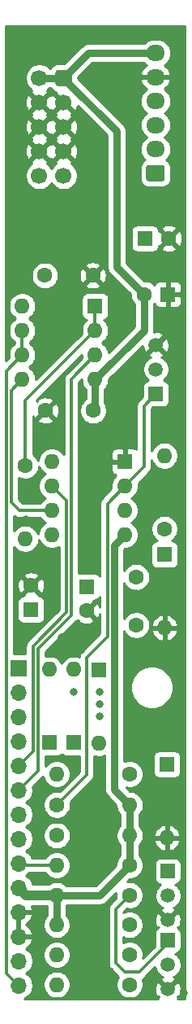
<source format=gbr>
%TF.GenerationSoftware,KiCad,Pcbnew,5.1.9+dfsg1-1~bpo10+1*%
%TF.CreationDate,2022-01-08T23:32:09+08:00*%
%TF.ProjectId,MiniADSR 1.0 - Main Board,4d696e69-4144-4535-9220-312e30202d20,rev?*%
%TF.SameCoordinates,Original*%
%TF.FileFunction,Copper,L1,Top*%
%TF.FilePolarity,Positive*%
%FSLAX46Y46*%
G04 Gerber Fmt 4.6, Leading zero omitted, Abs format (unit mm)*
G04 Created by KiCad (PCBNEW 5.1.9+dfsg1-1~bpo10+1) date 2022-01-08 23:32:09*
%MOMM*%
%LPD*%
G01*
G04 APERTURE LIST*
%TA.AperFunction,ComponentPad*%
%ADD10C,1.600000*%
%TD*%
%TA.AperFunction,ComponentPad*%
%ADD11O,1.600000X1.600000*%
%TD*%
%TA.AperFunction,ComponentPad*%
%ADD12R,1.600000X1.600000*%
%TD*%
%TA.AperFunction,ComponentPad*%
%ADD13R,1.500000X1.500000*%
%TD*%
%TA.AperFunction,ComponentPad*%
%ADD14C,1.500000*%
%TD*%
%TA.AperFunction,ComponentPad*%
%ADD15R,1.700000X1.700000*%
%TD*%
%TA.AperFunction,ComponentPad*%
%ADD16O,1.700000X1.700000*%
%TD*%
%TA.AperFunction,ComponentPad*%
%ADD17O,1.950000X1.700000*%
%TD*%
%TA.AperFunction,ComponentPad*%
%ADD18C,1.700000*%
%TD*%
%TA.AperFunction,ViaPad*%
%ADD19C,0.800000*%
%TD*%
%TA.AperFunction,Conductor*%
%ADD20C,0.300000*%
%TD*%
%TA.AperFunction,Conductor*%
%ADD21C,0.750000*%
%TD*%
%TA.AperFunction,Conductor*%
%ADD22C,1.000000*%
%TD*%
%TA.AperFunction,Conductor*%
%ADD23C,0.254000*%
%TD*%
%TA.AperFunction,Conductor*%
%ADD24C,0.100000*%
%TD*%
G04 APERTURE END LIST*
D10*
%TO.P,C1,1*%
%TO.N,Net-(C1-Pad1)*%
X149300000Y-111000000D03*
%TO.P,C1,2*%
%TO.N,Net-(C1-Pad2)*%
X149300000Y-116000000D03*
%TD*%
D11*
%TO.P,D1,2*%
%TO.N,GND2*%
X152500000Y-138120000D03*
D12*
%TO.P,D1,1*%
%TO.N,Net-(D1-Pad1)*%
X152500000Y-130500000D03*
%TD*%
D10*
%TO.P,R5,1*%
%TO.N,Net-(C1-Pad1)*%
X152250000Y-106000000D03*
D11*
%TO.P,R5,2*%
%TO.N,Net-(Q3-Pad2)*%
X152250000Y-98380000D03*
%TD*%
D12*
%TO.P,D2,1*%
%TO.N,Net-(C1-Pad1)*%
X152250000Y-108675000D03*
D11*
%TO.P,D2,2*%
%TO.N,GND2*%
X152250000Y-116295000D03*
%TD*%
D13*
%TO.P,Q1,1*%
%TO.N,Net-(Q1-Pad1)*%
X152600000Y-141600000D03*
D14*
%TO.P,Q1,3*%
%TO.N,GND2*%
X152600000Y-146680000D03*
%TO.P,Q1,2*%
%TO.N,Net-(D1-Pad1)*%
X152600000Y-144140000D03*
%TD*%
D12*
%TO.P,U1,1*%
%TO.N,GND2*%
X148100000Y-99000000D03*
D11*
%TO.P,U1,5*%
%TO.N,Net-(C2-Pad1)*%
X140480000Y-106620000D03*
%TO.P,U1,2*%
%TO.N,Net-(Q3-Pad1)*%
X148100000Y-101540000D03*
%TO.P,U1,6*%
%TO.N,Net-(C3-Pad1)*%
X140480000Y-104080000D03*
%TO.P,U1,3*%
%TO.N,Net-(R8-Pad1)*%
X148100000Y-104080000D03*
%TO.P,U1,7*%
%TO.N,B7*%
X140480000Y-101540000D03*
%TO.P,U1,4*%
%TO.N,+12V*%
X148100000Y-106620000D03*
%TO.P,U1,8*%
X140480000Y-99000000D03*
%TD*%
D10*
%TO.P,C2,2*%
%TO.N,GND2*%
X144100000Y-114500000D03*
D12*
%TO.P,C2,1*%
%TO.N,Net-(C2-Pad1)*%
X144100000Y-112000000D03*
%TD*%
D15*
%TO.P,J6,1*%
%TO.N,B3*%
X137000000Y-120470000D03*
D16*
%TO.P,J6,2*%
%TO.N,B4*%
X137000000Y-123010000D03*
%TO.P,J6,3*%
%TO.N,B5*%
X137000000Y-125550000D03*
%TO.P,J6,4*%
%TO.N,B6*%
X137000000Y-128090000D03*
%TO.P,J6,5*%
%TO.N,B7*%
X137000000Y-130630000D03*
%TO.P,J6,6*%
%TO.N,B8*%
X137000000Y-133170000D03*
%TO.P,J6,7*%
%TO.N,B9*%
X137000000Y-135710000D03*
%TO.P,J6,8*%
%TO.N,B10*%
X137000000Y-138250000D03*
%TO.P,J6,9*%
%TO.N,B11*%
X137000000Y-140790000D03*
%TO.P,J6,10*%
%TO.N,+12V*%
X137000000Y-143330000D03*
%TO.P,J6,11*%
%TO.N,GND2*%
X137000000Y-145870000D03*
%TO.P,J6,12*%
X137000000Y-148410000D03*
%TO.P,J6,13*%
%TO.N,B1*%
X137000000Y-150950000D03*
%TO.P,J6,14*%
%TO.N,B2*%
X137000000Y-153490000D03*
%TD*%
D10*
%TO.P,R3,1*%
%TO.N,Net-(Q1-Pad1)*%
X148600000Y-150300000D03*
D11*
%TO.P,R3,2*%
%TO.N,Net-(Q2-Pad2)*%
X140980000Y-150300000D03*
%TD*%
D10*
%TO.P,R1,1*%
%TO.N,Net-(D1-Pad1)*%
X148600000Y-153400000D03*
D11*
%TO.P,R1,2*%
%TO.N,B1*%
X140980000Y-153400000D03*
%TD*%
D13*
%TO.P,Q2,1*%
%TO.N,Net-(C1-Pad2)*%
X152600000Y-148800000D03*
D14*
%TO.P,Q2,3*%
%TO.N,GND2*%
X152600000Y-153880000D03*
%TO.P,Q2,2*%
%TO.N,Net-(Q2-Pad2)*%
X152600000Y-151340000D03*
%TD*%
D13*
%TO.P,Q3,1*%
%TO.N,Net-(Q3-Pad1)*%
X151350000Y-91950000D03*
D14*
%TO.P,Q3,3*%
%TO.N,GND2*%
X151350000Y-86870000D03*
%TO.P,Q3,2*%
%TO.N,Net-(Q3-Pad2)*%
X151350000Y-89410000D03*
%TD*%
D11*
%TO.P,R9,2*%
%TO.N,+12V*%
X148620000Y-137900000D03*
D10*
%TO.P,R9,1*%
%TO.N,B9*%
X141000000Y-137900000D03*
%TD*%
D11*
%TO.P,R10,2*%
%TO.N,B6*%
X137700000Y-107020000D03*
D10*
%TO.P,R10,1*%
%TO.N,Net-(R10-Pad1)*%
X137700000Y-99400000D03*
%TD*%
%TO.P,R8,1*%
%TO.N,Net-(R8-Pad1)*%
X148600000Y-131500000D03*
D11*
%TO.P,R8,2*%
%TO.N,B4*%
X140980000Y-131500000D03*
%TD*%
D10*
%TO.P,R7,1*%
%TO.N,+12V*%
X148600000Y-141000000D03*
D11*
%TO.P,R7,2*%
%TO.N,B11*%
X140980000Y-141000000D03*
%TD*%
%TO.P,R6,2*%
%TO.N,+12V*%
X148620000Y-134700000D03*
D10*
%TO.P,R6,1*%
%TO.N,Net-(Q3-Pad1)*%
X141000000Y-134700000D03*
%TD*%
D11*
%TO.P,R4,2*%
%TO.N,+12V*%
X140980000Y-144100000D03*
D10*
%TO.P,R4,1*%
%TO.N,Net-(C1-Pad2)*%
X148600000Y-144100000D03*
%TD*%
D11*
%TO.P,R2,2*%
%TO.N,+12V*%
X140980000Y-147200000D03*
D10*
%TO.P,R2,1*%
%TO.N,Net-(Q1-Pad1)*%
X148600000Y-147200000D03*
%TD*%
D12*
%TO.P,C3,1*%
%TO.N,Net-(C3-Pad1)*%
X138300000Y-114400000D03*
D10*
%TO.P,C3,2*%
%TO.N,GND2*%
X138300000Y-111900000D03*
%TD*%
%TO.P,C4,2*%
%TO.N,GND2*%
X152700000Y-75800000D03*
D12*
%TO.P,C4,1*%
%TO.N,+12V*%
X150200000Y-75800000D03*
%TD*%
%TO.P,C5,1*%
%TO.N,GND2*%
X152600000Y-81600000D03*
D10*
%TO.P,C5,2*%
%TO.N,-12V*%
X150100000Y-81600000D03*
%TD*%
%TO.P,C6,2*%
%TO.N,GND2*%
X144750000Y-79650000D03*
%TO.P,C6,1*%
%TO.N,+12V*%
X139750000Y-79650000D03*
%TD*%
%TO.P,C7,1*%
%TO.N,GND2*%
X139800000Y-93700000D03*
%TO.P,C7,2*%
%TO.N,-12V*%
X144800000Y-93700000D03*
%TD*%
D11*
%TO.P,D3,2*%
%TO.N,Net-(C3-Pad1)*%
X142800000Y-120630000D03*
D12*
%TO.P,D3,1*%
%TO.N,B10*%
X142800000Y-128250000D03*
%TD*%
%TO.P,D4,1*%
%TO.N,Net-(C3-Pad1)*%
X145400000Y-120650000D03*
D11*
%TO.P,D4,2*%
%TO.N,B3*%
X145400000Y-128270000D03*
%TD*%
D12*
%TO.P,D5,1*%
%TO.N,B5*%
X140200000Y-128250000D03*
D11*
%TO.P,D5,2*%
%TO.N,Net-(C3-Pad1)*%
X140200000Y-120630000D03*
%TD*%
%TO.P,J3,1*%
%TO.N,N/C*%
%TA.AperFunction,ComponentPad*%
G36*
G01*
X152025000Y-69850000D02*
X150575000Y-69850000D01*
G75*
G02*
X150325000Y-69600000I0J250000D01*
G01*
X150325000Y-68400000D01*
G75*
G02*
X150575000Y-68150000I250000J0D01*
G01*
X152025000Y-68150000D01*
G75*
G02*
X152275000Y-68400000I0J-250000D01*
G01*
X152275000Y-69600000D01*
G75*
G02*
X152025000Y-69850000I-250000J0D01*
G01*
G37*
%TD.AperFunction*%
D17*
%TO.P,J3,2*%
X151300000Y-66500000D03*
%TO.P,J3,3*%
X151300000Y-64000000D03*
%TO.P,J3,4*%
%TO.N,+12V*%
X151300000Y-61500000D03*
%TO.P,J3,5*%
%TO.N,GND2*%
X151300000Y-59000000D03*
%TO.P,J3,6*%
%TO.N,-12V*%
X151300000Y-56500000D03*
%TD*%
%TO.P,J5,1*%
%TO.N,-12V*%
%TA.AperFunction,ComponentPad*%
G36*
G01*
X142550000Y-58500000D02*
X142550000Y-59700000D01*
G75*
G02*
X142300000Y-59950000I-250000J0D01*
G01*
X141100000Y-59950000D01*
G75*
G02*
X140850000Y-59700000I0J250000D01*
G01*
X140850000Y-58500000D01*
G75*
G02*
X141100000Y-58250000I250000J0D01*
G01*
X142300000Y-58250000D01*
G75*
G02*
X142550000Y-58500000I0J-250000D01*
G01*
G37*
%TD.AperFunction*%
D18*
%TO.P,J5,3*%
%TO.N,GND2*%
X141700000Y-61640000D03*
%TO.P,J5,5*%
X141700000Y-64180000D03*
%TO.P,J5,7*%
X141700000Y-66720000D03*
%TO.P,J5,9*%
%TO.N,+12V*%
X141700000Y-69260000D03*
%TO.P,J5,2*%
%TO.N,-12V*%
X139160000Y-59100000D03*
%TO.P,J5,4*%
%TO.N,GND2*%
X139160000Y-61640000D03*
%TO.P,J5,6*%
X139160000Y-64180000D03*
%TO.P,J5,8*%
X139160000Y-66720000D03*
%TO.P,J5,10*%
%TO.N,+12V*%
X139160000Y-69260000D03*
%TD*%
D11*
%TO.P,U2,8*%
%TO.N,+12V*%
X137380000Y-82850000D03*
%TO.P,U2,4*%
%TO.N,-12V*%
X145000000Y-90470000D03*
%TO.P,U2,7*%
%TO.N,B2*%
X137380000Y-85390000D03*
%TO.P,U2,3*%
%TO.N,B8*%
X145000000Y-87930000D03*
%TO.P,U2,6*%
%TO.N,B2*%
X137380000Y-87930000D03*
%TO.P,U2,2*%
%TO.N,Net-(R10-Pad1)*%
X145000000Y-85390000D03*
%TO.P,U2,5*%
%TO.N,Net-(C3-Pad1)*%
X137380000Y-90470000D03*
D12*
%TO.P,U2,1*%
%TO.N,Net-(R10-Pad1)*%
X145000000Y-82850000D03*
%TD*%
D19*
%TO.N,*%
X145500000Y-123000000D03*
X145500000Y-124250000D03*
X145500000Y-125500000D03*
X142750000Y-123000000D03*
%TO.N,GND2*%
X154250000Y-154250000D03*
X150300000Y-148600000D03*
X144000000Y-117250000D03*
X142750000Y-117250000D03*
X141500000Y-117250000D03*
X137000000Y-116500000D03*
X137000000Y-117500000D03*
X137000000Y-118500000D03*
X144250000Y-108750000D03*
X145250000Y-108750000D03*
X142750000Y-116250000D03*
X142750000Y-118250000D03*
X141500000Y-118250000D03*
X140750000Y-114250000D03*
X140750000Y-113000000D03*
X140750000Y-111750000D03*
X145000000Y-116500000D03*
X152250000Y-113500000D03*
X152250000Y-112500000D03*
X152250000Y-111500000D03*
X149250000Y-112750000D03*
X149250000Y-114000000D03*
X145750000Y-99000000D03*
X145750000Y-100250000D03*
X145750000Y-101500000D03*
X144250000Y-100250000D03*
X144250000Y-99000000D03*
X144250000Y-105750000D03*
X145250000Y-105750000D03*
X145250000Y-107250000D03*
X144250000Y-107250000D03*
X140750000Y-110500000D03*
X140750000Y-109250000D03*
X145250000Y-131500000D03*
X145250000Y-132750000D03*
X145250000Y-134000000D03*
X145250000Y-135250000D03*
X145250000Y-136500000D03*
X145250000Y-137750000D03*
X145250000Y-139000000D03*
X145250000Y-140250000D03*
X145250000Y-141500000D03*
X144000000Y-141500000D03*
X144000000Y-140250000D03*
X144000000Y-139000000D03*
X144000000Y-137750000D03*
X144000000Y-136500000D03*
X144000000Y-135250000D03*
X144000000Y-134000000D03*
X144000000Y-142750000D03*
X144000000Y-145500000D03*
X144000000Y-146750000D03*
X144000000Y-148000000D03*
X144000000Y-149500000D03*
X144000000Y-150750000D03*
X144000000Y-152000000D03*
X145250000Y-152000000D03*
X145250000Y-150750000D03*
X145250000Y-149500000D03*
X145250000Y-148000000D03*
X145250000Y-146750000D03*
X145250000Y-145500000D03*
X145250000Y-153250000D03*
X146500000Y-153250000D03*
X146500000Y-152000000D03*
X137750000Y-101250000D03*
X137750000Y-102500000D03*
X137750000Y-105000000D03*
%TD*%
D20*
%TO.N,Net-(C1-Pad2)*%
X147150000Y-151150000D02*
X147150000Y-145550000D01*
X148100000Y-152100000D02*
X147150000Y-151150000D01*
X147150000Y-145550000D02*
X148600000Y-144100000D01*
X149650000Y-152100000D02*
X148100000Y-152100000D01*
X152600000Y-148800000D02*
X152600000Y-149150000D01*
X152600000Y-149150000D02*
X149650000Y-152100000D01*
%TO.N,Net-(C3-Pad1)*%
X136250000Y-91600000D02*
X137380000Y-90470000D01*
X136250000Y-103250000D02*
X136250000Y-91600000D01*
X140480000Y-104080000D02*
X137080000Y-104080000D01*
X137080000Y-104080000D02*
X136250000Y-103250000D01*
D21*
%TO.N,+12V*%
X140980000Y-144100000D02*
X140980000Y-147200000D01*
X145500000Y-144100000D02*
X148600000Y-141000000D01*
X140980000Y-144100000D02*
X145500000Y-144100000D01*
X148620000Y-140980000D02*
X148600000Y-141000000D01*
X148620000Y-137900000D02*
X148620000Y-140980000D01*
X148620000Y-134700000D02*
X148620000Y-137900000D01*
D22*
X137770000Y-144100000D02*
X137000000Y-143330000D01*
X140980000Y-144100000D02*
X137770000Y-144100000D01*
D21*
X147000000Y-133080000D02*
X148620000Y-134700000D01*
X148100000Y-106620000D02*
X147000000Y-107720000D01*
X147000000Y-107720000D02*
X147000000Y-133080000D01*
%TO.N,-12V*%
X150100000Y-85370000D02*
X145000000Y-90470000D01*
X150100000Y-81600000D02*
X150100000Y-85370000D01*
X145000000Y-93500000D02*
X144800000Y-93700000D01*
X145000000Y-90470000D02*
X145000000Y-93500000D01*
X144300000Y-56500000D02*
X141700000Y-59100000D01*
X151300000Y-56500000D02*
X144300000Y-56500000D01*
X141700000Y-59100000D02*
X139160000Y-59100000D01*
X141700000Y-59100000D02*
X147250000Y-64650000D01*
X147250000Y-78750000D02*
X150100000Y-81600000D01*
X147250000Y-64650000D02*
X147250000Y-78750000D01*
D20*
%TO.N,Net-(Q3-Pad1)*%
X144100000Y-131600000D02*
X141000000Y-134700000D01*
X144100000Y-119400000D02*
X144100000Y-131600000D01*
X146274990Y-117225010D02*
X144100000Y-119400000D01*
X148100000Y-101540000D02*
X146274990Y-103365010D01*
X146274990Y-103365010D02*
X146274990Y-117225010D01*
X150100000Y-99540000D02*
X148100000Y-101540000D01*
X151350000Y-91950000D02*
X150100000Y-93200000D01*
X150100000Y-93200000D02*
X150100000Y-99540000D01*
%TO.N,Net-(R10-Pad1)*%
X137700000Y-92690000D02*
X137700000Y-99400000D01*
X145000000Y-85390000D02*
X137700000Y-92690000D01*
X145000000Y-82850000D02*
X145000000Y-85390000D01*
%TO.N,B2*%
X137380000Y-85390000D02*
X137380000Y-87930000D01*
X137000000Y-153490000D02*
X135749989Y-152239989D01*
X135749989Y-152239989D02*
X135749989Y-89560011D01*
X135749989Y-89560011D02*
X137380000Y-87930000D01*
%TO.N,B7*%
X142000000Y-103060000D02*
X140480000Y-101540000D01*
X138499992Y-118200008D02*
X142000000Y-114700000D01*
X142000000Y-114700000D02*
X142000000Y-103060000D01*
X137000000Y-130630000D02*
X138499992Y-129130008D01*
X138499992Y-129130008D02*
X138499992Y-118200008D01*
%TO.N,B8*%
X142500000Y-90430000D02*
X145000000Y-87930000D01*
X142500000Y-115000000D02*
X142500000Y-90430000D01*
X139000000Y-118500000D02*
X142500000Y-115000000D01*
X137000000Y-133170000D02*
X139000000Y-131170000D01*
X139000000Y-131170000D02*
X139000000Y-118500000D01*
%TO.N,B11*%
X137210000Y-141000000D02*
X137000000Y-140790000D01*
X140980000Y-141000000D02*
X137210000Y-141000000D01*
%TD*%
D23*
%TO.N,GND2*%
X154340001Y-154840000D02*
X153607294Y-154840000D01*
X153673451Y-154773843D01*
X153556995Y-154657387D01*
X153795860Y-154591863D01*
X153911760Y-154344884D01*
X153977250Y-154080040D01*
X153989812Y-153807508D01*
X153948965Y-153537762D01*
X153856277Y-153281168D01*
X153795860Y-153168137D01*
X153556993Y-153102612D01*
X152779605Y-153880000D01*
X152793748Y-153894143D01*
X152614143Y-154073748D01*
X152600000Y-154059605D01*
X152585858Y-154073748D01*
X152406253Y-153894143D01*
X152420395Y-153880000D01*
X151643007Y-153102612D01*
X151404140Y-153168137D01*
X151288240Y-153415116D01*
X151222750Y-153679960D01*
X151210188Y-153952492D01*
X151251035Y-154222238D01*
X151343723Y-154478832D01*
X151404140Y-154591863D01*
X151643005Y-154657387D01*
X151526549Y-154773843D01*
X151592706Y-154840000D01*
X137621303Y-154840000D01*
X137703411Y-154805990D01*
X137946632Y-154643475D01*
X138153475Y-154436632D01*
X138315990Y-154193411D01*
X138427932Y-153923158D01*
X138485000Y-153636260D01*
X138485000Y-153343740D01*
X138468078Y-153258665D01*
X139545000Y-153258665D01*
X139545000Y-153541335D01*
X139600147Y-153818574D01*
X139708320Y-154079727D01*
X139865363Y-154314759D01*
X140065241Y-154514637D01*
X140300273Y-154671680D01*
X140561426Y-154779853D01*
X140838665Y-154835000D01*
X141121335Y-154835000D01*
X141398574Y-154779853D01*
X141659727Y-154671680D01*
X141894759Y-154514637D01*
X142094637Y-154314759D01*
X142251680Y-154079727D01*
X142359853Y-153818574D01*
X142415000Y-153541335D01*
X142415000Y-153258665D01*
X142359853Y-152981426D01*
X142251680Y-152720273D01*
X142094637Y-152485241D01*
X141894759Y-152285363D01*
X141659727Y-152128320D01*
X141398574Y-152020147D01*
X141121335Y-151965000D01*
X140838665Y-151965000D01*
X140561426Y-152020147D01*
X140300273Y-152128320D01*
X140065241Y-152285363D01*
X139865363Y-152485241D01*
X139708320Y-152720273D01*
X139600147Y-152981426D01*
X139545000Y-153258665D01*
X138468078Y-153258665D01*
X138427932Y-153056842D01*
X138315990Y-152786589D01*
X138153475Y-152543368D01*
X137946632Y-152336525D01*
X137772240Y-152220000D01*
X137946632Y-152103475D01*
X138153475Y-151896632D01*
X138315990Y-151653411D01*
X138427932Y-151383158D01*
X138485000Y-151096260D01*
X138485000Y-150803740D01*
X138427932Y-150516842D01*
X138315990Y-150246589D01*
X138257242Y-150158665D01*
X139545000Y-150158665D01*
X139545000Y-150441335D01*
X139600147Y-150718574D01*
X139708320Y-150979727D01*
X139865363Y-151214759D01*
X140065241Y-151414637D01*
X140300273Y-151571680D01*
X140561426Y-151679853D01*
X140838665Y-151735000D01*
X141121335Y-151735000D01*
X141398574Y-151679853D01*
X141659727Y-151571680D01*
X141894759Y-151414637D01*
X142094637Y-151214759D01*
X142251680Y-150979727D01*
X142359853Y-150718574D01*
X142415000Y-150441335D01*
X142415000Y-150158665D01*
X142359853Y-149881426D01*
X142251680Y-149620273D01*
X142094637Y-149385241D01*
X141894759Y-149185363D01*
X141659727Y-149028320D01*
X141398574Y-148920147D01*
X141121335Y-148865000D01*
X140838665Y-148865000D01*
X140561426Y-148920147D01*
X140300273Y-149028320D01*
X140065241Y-149185363D01*
X139865363Y-149385241D01*
X139708320Y-149620273D01*
X139600147Y-149881426D01*
X139545000Y-150158665D01*
X138257242Y-150158665D01*
X138153475Y-150003368D01*
X137946632Y-149796525D01*
X137764466Y-149674805D01*
X137881355Y-149605178D01*
X138097588Y-149410269D01*
X138271641Y-149176920D01*
X138396825Y-148914099D01*
X138441476Y-148766890D01*
X138320155Y-148537000D01*
X137127000Y-148537000D01*
X137127000Y-148557000D01*
X136873000Y-148557000D01*
X136873000Y-148537000D01*
X136853000Y-148537000D01*
X136853000Y-148283000D01*
X136873000Y-148283000D01*
X136873000Y-145997000D01*
X137127000Y-145997000D01*
X137127000Y-148283000D01*
X138320155Y-148283000D01*
X138441476Y-148053110D01*
X138396825Y-147905901D01*
X138271641Y-147643080D01*
X138097588Y-147409731D01*
X137881355Y-147214822D01*
X137755745Y-147140000D01*
X137881355Y-147065178D01*
X138097588Y-146870269D01*
X138271641Y-146636920D01*
X138396825Y-146374099D01*
X138441476Y-146226890D01*
X138320155Y-145997000D01*
X137127000Y-145997000D01*
X136873000Y-145997000D01*
X136853000Y-145997000D01*
X136853000Y-145743000D01*
X136873000Y-145743000D01*
X136873000Y-145723000D01*
X137127000Y-145723000D01*
X137127000Y-145743000D01*
X138320155Y-145743000D01*
X138441476Y-145513110D01*
X138396825Y-145365901D01*
X138334476Y-145235000D01*
X139970000Y-145235000D01*
X139970001Y-146180603D01*
X139865363Y-146285241D01*
X139708320Y-146520273D01*
X139600147Y-146781426D01*
X139545000Y-147058665D01*
X139545000Y-147341335D01*
X139600147Y-147618574D01*
X139708320Y-147879727D01*
X139865363Y-148114759D01*
X140065241Y-148314637D01*
X140300273Y-148471680D01*
X140561426Y-148579853D01*
X140838665Y-148635000D01*
X141121335Y-148635000D01*
X141398574Y-148579853D01*
X141659727Y-148471680D01*
X141894759Y-148314637D01*
X142094637Y-148114759D01*
X142251680Y-147879727D01*
X142359853Y-147618574D01*
X142415000Y-147341335D01*
X142415000Y-147058665D01*
X142359853Y-146781426D01*
X142251680Y-146520273D01*
X142094637Y-146285241D01*
X141990000Y-146180604D01*
X141990000Y-145119396D01*
X141999396Y-145110000D01*
X145450392Y-145110000D01*
X145500000Y-145114886D01*
X145697994Y-145095385D01*
X145888380Y-145037632D01*
X146063840Y-144943847D01*
X146217633Y-144817633D01*
X146249261Y-144779094D01*
X147188666Y-143839689D01*
X147165000Y-143958665D01*
X147165000Y-144241335D01*
X147195446Y-144394397D01*
X146622185Y-144967658D01*
X146592237Y-144992236D01*
X146567659Y-145022184D01*
X146567655Y-145022188D01*
X146554981Y-145037632D01*
X146494139Y-145111767D01*
X146455177Y-145184660D01*
X146421246Y-145248141D01*
X146376359Y-145396114D01*
X146361203Y-145550000D01*
X146365001Y-145588563D01*
X146365000Y-151111447D01*
X146361203Y-151150000D01*
X146365000Y-151188553D01*
X146365000Y-151188560D01*
X146376359Y-151303886D01*
X146421246Y-151451859D01*
X146494138Y-151588232D01*
X146592236Y-151707764D01*
X146622190Y-151732347D01*
X147441191Y-152551348D01*
X147328320Y-152720273D01*
X147220147Y-152981426D01*
X147165000Y-153258665D01*
X147165000Y-153541335D01*
X147220147Y-153818574D01*
X147328320Y-154079727D01*
X147485363Y-154314759D01*
X147685241Y-154514637D01*
X147920273Y-154671680D01*
X148181426Y-154779853D01*
X148458665Y-154835000D01*
X148741335Y-154835000D01*
X149018574Y-154779853D01*
X149279727Y-154671680D01*
X149514759Y-154514637D01*
X149714637Y-154314759D01*
X149871680Y-154079727D01*
X149979853Y-153818574D01*
X150035000Y-153541335D01*
X150035000Y-153258665D01*
X149979853Y-152981426D01*
X149920549Y-152838252D01*
X149951860Y-152828754D01*
X150088233Y-152755862D01*
X150207764Y-152657764D01*
X150232347Y-152627810D01*
X151242997Y-151617160D01*
X151268225Y-151743989D01*
X151372629Y-151996043D01*
X151524201Y-152222886D01*
X151717114Y-152415799D01*
X151943957Y-152567371D01*
X152043279Y-152608511D01*
X152001168Y-152623723D01*
X151888137Y-152684140D01*
X151822612Y-152923007D01*
X152600000Y-153700395D01*
X153377388Y-152923007D01*
X153311863Y-152684140D01*
X153153523Y-152609836D01*
X153256043Y-152567371D01*
X153482886Y-152415799D01*
X153675799Y-152222886D01*
X153827371Y-151996043D01*
X153931775Y-151743989D01*
X153985000Y-151476411D01*
X153985000Y-151203589D01*
X153931775Y-150936011D01*
X153827371Y-150683957D01*
X153675799Y-150457114D01*
X153482886Y-150264201D01*
X153366517Y-150186445D01*
X153474482Y-150175812D01*
X153594180Y-150139502D01*
X153704494Y-150080537D01*
X153801185Y-150001185D01*
X153880537Y-149904494D01*
X153939502Y-149794180D01*
X153975812Y-149674482D01*
X153988072Y-149550000D01*
X153988072Y-148050000D01*
X153975812Y-147925518D01*
X153939502Y-147805820D01*
X153880537Y-147695506D01*
X153801185Y-147598815D01*
X153704494Y-147519463D01*
X153594180Y-147460498D01*
X153571137Y-147453508D01*
X153795860Y-147391863D01*
X153911760Y-147144884D01*
X153977250Y-146880040D01*
X153989812Y-146607508D01*
X153948965Y-146337762D01*
X153856277Y-146081168D01*
X153795860Y-145968137D01*
X153556993Y-145902612D01*
X152779605Y-146680000D01*
X152793748Y-146694143D01*
X152614143Y-146873748D01*
X152600000Y-146859605D01*
X152585858Y-146873748D01*
X152406253Y-146694143D01*
X152420395Y-146680000D01*
X151643007Y-145902612D01*
X151404140Y-145968137D01*
X151288240Y-146215116D01*
X151222750Y-146479960D01*
X151210188Y-146752492D01*
X151251035Y-147022238D01*
X151343723Y-147278832D01*
X151404140Y-147391863D01*
X151628863Y-147453508D01*
X151605820Y-147460498D01*
X151495506Y-147519463D01*
X151398815Y-147598815D01*
X151319463Y-147695506D01*
X151260498Y-147805820D01*
X151224188Y-147925518D01*
X151211928Y-148050000D01*
X151211928Y-149427914D01*
X149994400Y-150645443D01*
X150035000Y-150441335D01*
X150035000Y-150158665D01*
X149979853Y-149881426D01*
X149871680Y-149620273D01*
X149714637Y-149385241D01*
X149514759Y-149185363D01*
X149279727Y-149028320D01*
X149018574Y-148920147D01*
X148741335Y-148865000D01*
X148458665Y-148865000D01*
X148181426Y-148920147D01*
X147935000Y-149022220D01*
X147935000Y-148477780D01*
X148181426Y-148579853D01*
X148458665Y-148635000D01*
X148741335Y-148635000D01*
X149018574Y-148579853D01*
X149279727Y-148471680D01*
X149514759Y-148314637D01*
X149714637Y-148114759D01*
X149871680Y-147879727D01*
X149979853Y-147618574D01*
X150035000Y-147341335D01*
X150035000Y-147058665D01*
X149979853Y-146781426D01*
X149871680Y-146520273D01*
X149714637Y-146285241D01*
X149514759Y-146085363D01*
X149279727Y-145928320D01*
X149018574Y-145820147D01*
X148741335Y-145765000D01*
X148458665Y-145765000D01*
X148181426Y-145820147D01*
X147935000Y-145922220D01*
X147935000Y-145875157D01*
X148305603Y-145504554D01*
X148458665Y-145535000D01*
X148741335Y-145535000D01*
X149018574Y-145479853D01*
X149279727Y-145371680D01*
X149514759Y-145214637D01*
X149714637Y-145014759D01*
X149871680Y-144779727D01*
X149979853Y-144518574D01*
X150035000Y-144241335D01*
X150035000Y-143958665D01*
X149979853Y-143681426D01*
X149871680Y-143420273D01*
X149714637Y-143185241D01*
X149514759Y-142985363D01*
X149279727Y-142828320D01*
X149018574Y-142720147D01*
X148741335Y-142665000D01*
X148458665Y-142665000D01*
X148339689Y-142688666D01*
X148593355Y-142435000D01*
X148741335Y-142435000D01*
X149018574Y-142379853D01*
X149279727Y-142271680D01*
X149514759Y-142114637D01*
X149714637Y-141914759D01*
X149871680Y-141679727D01*
X149979853Y-141418574D01*
X150035000Y-141141335D01*
X150035000Y-140858665D01*
X150033277Y-140850000D01*
X151211928Y-140850000D01*
X151211928Y-142350000D01*
X151224188Y-142474482D01*
X151260498Y-142594180D01*
X151319463Y-142704494D01*
X151398815Y-142801185D01*
X151495506Y-142880537D01*
X151605820Y-142939502D01*
X151725518Y-142975812D01*
X151833483Y-142986445D01*
X151717114Y-143064201D01*
X151524201Y-143257114D01*
X151372629Y-143483957D01*
X151268225Y-143736011D01*
X151215000Y-144003589D01*
X151215000Y-144276411D01*
X151268225Y-144543989D01*
X151372629Y-144796043D01*
X151524201Y-145022886D01*
X151717114Y-145215799D01*
X151943957Y-145367371D01*
X152043279Y-145408511D01*
X152001168Y-145423723D01*
X151888137Y-145484140D01*
X151822612Y-145723007D01*
X152600000Y-146500395D01*
X153377388Y-145723007D01*
X153311863Y-145484140D01*
X153153523Y-145409836D01*
X153256043Y-145367371D01*
X153482886Y-145215799D01*
X153675799Y-145022886D01*
X153827371Y-144796043D01*
X153931775Y-144543989D01*
X153985000Y-144276411D01*
X153985000Y-144003589D01*
X153931775Y-143736011D01*
X153827371Y-143483957D01*
X153675799Y-143257114D01*
X153482886Y-143064201D01*
X153366517Y-142986445D01*
X153474482Y-142975812D01*
X153594180Y-142939502D01*
X153704494Y-142880537D01*
X153801185Y-142801185D01*
X153880537Y-142704494D01*
X153939502Y-142594180D01*
X153975812Y-142474482D01*
X153988072Y-142350000D01*
X153988072Y-140850000D01*
X153975812Y-140725518D01*
X153939502Y-140605820D01*
X153880537Y-140495506D01*
X153801185Y-140398815D01*
X153704494Y-140319463D01*
X153594180Y-140260498D01*
X153474482Y-140224188D01*
X153350000Y-140211928D01*
X151850000Y-140211928D01*
X151725518Y-140224188D01*
X151605820Y-140260498D01*
X151495506Y-140319463D01*
X151398815Y-140398815D01*
X151319463Y-140495506D01*
X151260498Y-140605820D01*
X151224188Y-140725518D01*
X151211928Y-140850000D01*
X150033277Y-140850000D01*
X149979853Y-140581426D01*
X149871680Y-140320273D01*
X149714637Y-140085241D01*
X149630000Y-140000604D01*
X149630000Y-138919396D01*
X149734637Y-138814759D01*
X149891680Y-138579727D01*
X149937528Y-138469040D01*
X151108091Y-138469040D01*
X151202930Y-138733881D01*
X151347615Y-138975131D01*
X151536586Y-139183519D01*
X151762580Y-139351037D01*
X152016913Y-139471246D01*
X152150961Y-139511904D01*
X152373000Y-139389915D01*
X152373000Y-138247000D01*
X152627000Y-138247000D01*
X152627000Y-139389915D01*
X152849039Y-139511904D01*
X152983087Y-139471246D01*
X153237420Y-139351037D01*
X153463414Y-139183519D01*
X153652385Y-138975131D01*
X153797070Y-138733881D01*
X153891909Y-138469040D01*
X153770624Y-138247000D01*
X152627000Y-138247000D01*
X152373000Y-138247000D01*
X151229376Y-138247000D01*
X151108091Y-138469040D01*
X149937528Y-138469040D01*
X149999853Y-138318574D01*
X150055000Y-138041335D01*
X150055000Y-137770960D01*
X151108091Y-137770960D01*
X151229376Y-137993000D01*
X152373000Y-137993000D01*
X152373000Y-136850085D01*
X152627000Y-136850085D01*
X152627000Y-137993000D01*
X153770624Y-137993000D01*
X153891909Y-137770960D01*
X153797070Y-137506119D01*
X153652385Y-137264869D01*
X153463414Y-137056481D01*
X153237420Y-136888963D01*
X152983087Y-136768754D01*
X152849039Y-136728096D01*
X152627000Y-136850085D01*
X152373000Y-136850085D01*
X152150961Y-136728096D01*
X152016913Y-136768754D01*
X151762580Y-136888963D01*
X151536586Y-137056481D01*
X151347615Y-137264869D01*
X151202930Y-137506119D01*
X151108091Y-137770960D01*
X150055000Y-137770960D01*
X150055000Y-137758665D01*
X149999853Y-137481426D01*
X149891680Y-137220273D01*
X149734637Y-136985241D01*
X149630000Y-136880604D01*
X149630000Y-135719396D01*
X149734637Y-135614759D01*
X149891680Y-135379727D01*
X149999853Y-135118574D01*
X150055000Y-134841335D01*
X150055000Y-134558665D01*
X149999853Y-134281426D01*
X149891680Y-134020273D01*
X149734637Y-133785241D01*
X149534759Y-133585363D01*
X149299727Y-133428320D01*
X149038574Y-133320147D01*
X148761335Y-133265000D01*
X148613356Y-133265000D01*
X148239825Y-132891469D01*
X148458665Y-132935000D01*
X148741335Y-132935000D01*
X149018574Y-132879853D01*
X149279727Y-132771680D01*
X149514759Y-132614637D01*
X149714637Y-132414759D01*
X149871680Y-132179727D01*
X149979853Y-131918574D01*
X150035000Y-131641335D01*
X150035000Y-131358665D01*
X149979853Y-131081426D01*
X149871680Y-130820273D01*
X149714637Y-130585241D01*
X149514759Y-130385363D01*
X149279727Y-130228320D01*
X149018574Y-130120147D01*
X148741335Y-130065000D01*
X148458665Y-130065000D01*
X148181426Y-130120147D01*
X148010000Y-130191154D01*
X148010000Y-129700000D01*
X151061928Y-129700000D01*
X151061928Y-131300000D01*
X151074188Y-131424482D01*
X151110498Y-131544180D01*
X151169463Y-131654494D01*
X151248815Y-131751185D01*
X151345506Y-131830537D01*
X151455820Y-131889502D01*
X151575518Y-131925812D01*
X151700000Y-131938072D01*
X153300000Y-131938072D01*
X153424482Y-131925812D01*
X153544180Y-131889502D01*
X153654494Y-131830537D01*
X153751185Y-131751185D01*
X153830537Y-131654494D01*
X153889502Y-131544180D01*
X153925812Y-131424482D01*
X153938072Y-131300000D01*
X153938072Y-129700000D01*
X153925812Y-129575518D01*
X153889502Y-129455820D01*
X153830537Y-129345506D01*
X153751185Y-129248815D01*
X153654494Y-129169463D01*
X153544180Y-129110498D01*
X153424482Y-129074188D01*
X153300000Y-129061928D01*
X151700000Y-129061928D01*
X151575518Y-129074188D01*
X151455820Y-129110498D01*
X151345506Y-129169463D01*
X151248815Y-129248815D01*
X151169463Y-129345506D01*
X151110498Y-129455820D01*
X151074188Y-129575518D01*
X151061928Y-129700000D01*
X148010000Y-129700000D01*
X148010000Y-122279872D01*
X148665000Y-122279872D01*
X148665000Y-122720128D01*
X148750890Y-123151925D01*
X148919369Y-123558669D01*
X149163962Y-123924729D01*
X149475271Y-124236038D01*
X149841331Y-124480631D01*
X150248075Y-124649110D01*
X150679872Y-124735000D01*
X151120128Y-124735000D01*
X151551925Y-124649110D01*
X151958669Y-124480631D01*
X152324729Y-124236038D01*
X152636038Y-123924729D01*
X152880631Y-123558669D01*
X153049110Y-123151925D01*
X153135000Y-122720128D01*
X153135000Y-122279872D01*
X153049110Y-121848075D01*
X152880631Y-121441331D01*
X152636038Y-121075271D01*
X152324729Y-120763962D01*
X151958669Y-120519369D01*
X151551925Y-120350890D01*
X151120128Y-120265000D01*
X150679872Y-120265000D01*
X150248075Y-120350890D01*
X149841331Y-120519369D01*
X149475271Y-120763962D01*
X149163962Y-121075271D01*
X148919369Y-121441331D01*
X148750890Y-121848075D01*
X148665000Y-122279872D01*
X148010000Y-122279872D01*
X148010000Y-116635499D01*
X148028320Y-116679727D01*
X148185363Y-116914759D01*
X148385241Y-117114637D01*
X148620273Y-117271680D01*
X148881426Y-117379853D01*
X149158665Y-117435000D01*
X149441335Y-117435000D01*
X149718574Y-117379853D01*
X149979727Y-117271680D01*
X150214759Y-117114637D01*
X150414637Y-116914759D01*
X150571680Y-116679727D01*
X150586462Y-116644040D01*
X150858091Y-116644040D01*
X150952930Y-116908881D01*
X151097615Y-117150131D01*
X151286586Y-117358519D01*
X151512580Y-117526037D01*
X151766913Y-117646246D01*
X151900961Y-117686904D01*
X152123000Y-117564915D01*
X152123000Y-116422000D01*
X152377000Y-116422000D01*
X152377000Y-117564915D01*
X152599039Y-117686904D01*
X152733087Y-117646246D01*
X152987420Y-117526037D01*
X153213414Y-117358519D01*
X153402385Y-117150131D01*
X153547070Y-116908881D01*
X153641909Y-116644040D01*
X153520624Y-116422000D01*
X152377000Y-116422000D01*
X152123000Y-116422000D01*
X150979376Y-116422000D01*
X150858091Y-116644040D01*
X150586462Y-116644040D01*
X150679853Y-116418574D01*
X150735000Y-116141335D01*
X150735000Y-115945960D01*
X150858091Y-115945960D01*
X150979376Y-116168000D01*
X152123000Y-116168000D01*
X152123000Y-115025085D01*
X152377000Y-115025085D01*
X152377000Y-116168000D01*
X153520624Y-116168000D01*
X153641909Y-115945960D01*
X153547070Y-115681119D01*
X153402385Y-115439869D01*
X153213414Y-115231481D01*
X152987420Y-115063963D01*
X152733087Y-114943754D01*
X152599039Y-114903096D01*
X152377000Y-115025085D01*
X152123000Y-115025085D01*
X151900961Y-114903096D01*
X151766913Y-114943754D01*
X151512580Y-115063963D01*
X151286586Y-115231481D01*
X151097615Y-115439869D01*
X150952930Y-115681119D01*
X150858091Y-115945960D01*
X150735000Y-115945960D01*
X150735000Y-115858665D01*
X150679853Y-115581426D01*
X150571680Y-115320273D01*
X150414637Y-115085241D01*
X150214759Y-114885363D01*
X149979727Y-114728320D01*
X149718574Y-114620147D01*
X149441335Y-114565000D01*
X149158665Y-114565000D01*
X148881426Y-114620147D01*
X148620273Y-114728320D01*
X148385241Y-114885363D01*
X148185363Y-115085241D01*
X148028320Y-115320273D01*
X148010000Y-115364501D01*
X148010000Y-111635499D01*
X148028320Y-111679727D01*
X148185363Y-111914759D01*
X148385241Y-112114637D01*
X148620273Y-112271680D01*
X148881426Y-112379853D01*
X149158665Y-112435000D01*
X149441335Y-112435000D01*
X149718574Y-112379853D01*
X149979727Y-112271680D01*
X150214759Y-112114637D01*
X150414637Y-111914759D01*
X150571680Y-111679727D01*
X150679853Y-111418574D01*
X150735000Y-111141335D01*
X150735000Y-110858665D01*
X150679853Y-110581426D01*
X150571680Y-110320273D01*
X150414637Y-110085241D01*
X150214759Y-109885363D01*
X149979727Y-109728320D01*
X149718574Y-109620147D01*
X149441335Y-109565000D01*
X149158665Y-109565000D01*
X148881426Y-109620147D01*
X148620273Y-109728320D01*
X148385241Y-109885363D01*
X148185363Y-110085241D01*
X148028320Y-110320273D01*
X148010000Y-110364501D01*
X148010000Y-108138355D01*
X148093355Y-108055000D01*
X148241335Y-108055000D01*
X148518574Y-107999853D01*
X148779727Y-107891680D01*
X148804690Y-107875000D01*
X150811928Y-107875000D01*
X150811928Y-109475000D01*
X150824188Y-109599482D01*
X150860498Y-109719180D01*
X150919463Y-109829494D01*
X150998815Y-109926185D01*
X151095506Y-110005537D01*
X151205820Y-110064502D01*
X151325518Y-110100812D01*
X151450000Y-110113072D01*
X153050000Y-110113072D01*
X153174482Y-110100812D01*
X153294180Y-110064502D01*
X153404494Y-110005537D01*
X153501185Y-109926185D01*
X153580537Y-109829494D01*
X153639502Y-109719180D01*
X153675812Y-109599482D01*
X153688072Y-109475000D01*
X153688072Y-107875000D01*
X153675812Y-107750518D01*
X153639502Y-107630820D01*
X153580537Y-107520506D01*
X153501185Y-107423815D01*
X153404494Y-107344463D01*
X153294180Y-107285498D01*
X153174482Y-107249188D01*
X153050000Y-107236928D01*
X152981737Y-107236928D01*
X153164759Y-107114637D01*
X153364637Y-106914759D01*
X153521680Y-106679727D01*
X153629853Y-106418574D01*
X153685000Y-106141335D01*
X153685000Y-105858665D01*
X153629853Y-105581426D01*
X153521680Y-105320273D01*
X153364637Y-105085241D01*
X153164759Y-104885363D01*
X152929727Y-104728320D01*
X152668574Y-104620147D01*
X152391335Y-104565000D01*
X152108665Y-104565000D01*
X151831426Y-104620147D01*
X151570273Y-104728320D01*
X151335241Y-104885363D01*
X151135363Y-105085241D01*
X150978320Y-105320273D01*
X150870147Y-105581426D01*
X150815000Y-105858665D01*
X150815000Y-106141335D01*
X150870147Y-106418574D01*
X150978320Y-106679727D01*
X151135363Y-106914759D01*
X151335241Y-107114637D01*
X151518263Y-107236928D01*
X151450000Y-107236928D01*
X151325518Y-107249188D01*
X151205820Y-107285498D01*
X151095506Y-107344463D01*
X150998815Y-107423815D01*
X150919463Y-107520506D01*
X150860498Y-107630820D01*
X150824188Y-107750518D01*
X150811928Y-107875000D01*
X148804690Y-107875000D01*
X149014759Y-107734637D01*
X149214637Y-107534759D01*
X149371680Y-107299727D01*
X149479853Y-107038574D01*
X149535000Y-106761335D01*
X149535000Y-106478665D01*
X149479853Y-106201426D01*
X149371680Y-105940273D01*
X149214637Y-105705241D01*
X149014759Y-105505363D01*
X148782241Y-105350000D01*
X149014759Y-105194637D01*
X149214637Y-104994759D01*
X149371680Y-104759727D01*
X149479853Y-104498574D01*
X149535000Y-104221335D01*
X149535000Y-103938665D01*
X149479853Y-103661426D01*
X149371680Y-103400273D01*
X149214637Y-103165241D01*
X149014759Y-102965363D01*
X148782241Y-102810000D01*
X149014759Y-102654637D01*
X149214637Y-102454759D01*
X149371680Y-102219727D01*
X149479853Y-101958574D01*
X149535000Y-101681335D01*
X149535000Y-101398665D01*
X149504554Y-101245604D01*
X150627816Y-100122342D01*
X150657764Y-100097764D01*
X150755862Y-99978233D01*
X150828754Y-99841860D01*
X150841452Y-99800000D01*
X150873641Y-99693888D01*
X150877798Y-99651680D01*
X150885000Y-99578561D01*
X150885000Y-99578554D01*
X150888797Y-99540001D01*
X150885000Y-99501448D01*
X150885000Y-98834432D01*
X150978320Y-99059727D01*
X151135363Y-99294759D01*
X151335241Y-99494637D01*
X151570273Y-99651680D01*
X151831426Y-99759853D01*
X152108665Y-99815000D01*
X152391335Y-99815000D01*
X152668574Y-99759853D01*
X152929727Y-99651680D01*
X153164759Y-99494637D01*
X153364637Y-99294759D01*
X153521680Y-99059727D01*
X153629853Y-98798574D01*
X153685000Y-98521335D01*
X153685000Y-98238665D01*
X153629853Y-97961426D01*
X153521680Y-97700273D01*
X153364637Y-97465241D01*
X153164759Y-97265363D01*
X152929727Y-97108320D01*
X152668574Y-97000147D01*
X152391335Y-96945000D01*
X152108665Y-96945000D01*
X151831426Y-97000147D01*
X151570273Y-97108320D01*
X151335241Y-97265363D01*
X151135363Y-97465241D01*
X150978320Y-97700273D01*
X150885000Y-97925568D01*
X150885000Y-93525157D01*
X151072085Y-93338072D01*
X152100000Y-93338072D01*
X152224482Y-93325812D01*
X152344180Y-93289502D01*
X152454494Y-93230537D01*
X152551185Y-93151185D01*
X152630537Y-93054494D01*
X152689502Y-92944180D01*
X152725812Y-92824482D01*
X152738072Y-92700000D01*
X152738072Y-91200000D01*
X152725812Y-91075518D01*
X152689502Y-90955820D01*
X152630537Y-90845506D01*
X152551185Y-90748815D01*
X152454494Y-90669463D01*
X152344180Y-90610498D01*
X152224482Y-90574188D01*
X152116517Y-90563555D01*
X152232886Y-90485799D01*
X152425799Y-90292886D01*
X152577371Y-90066043D01*
X152681775Y-89813989D01*
X152735000Y-89546411D01*
X152735000Y-89273589D01*
X152681775Y-89006011D01*
X152577371Y-88753957D01*
X152425799Y-88527114D01*
X152232886Y-88334201D01*
X152006043Y-88182629D01*
X151906721Y-88141489D01*
X151948832Y-88126277D01*
X152061863Y-88065860D01*
X152127388Y-87826993D01*
X151350000Y-87049605D01*
X150572612Y-87826993D01*
X150638137Y-88065860D01*
X150796477Y-88140164D01*
X150693957Y-88182629D01*
X150467114Y-88334201D01*
X150274201Y-88527114D01*
X150122629Y-88753957D01*
X150018225Y-89006011D01*
X149965000Y-89273589D01*
X149965000Y-89546411D01*
X150018225Y-89813989D01*
X150122629Y-90066043D01*
X150274201Y-90292886D01*
X150467114Y-90485799D01*
X150583483Y-90563555D01*
X150475518Y-90574188D01*
X150355820Y-90610498D01*
X150245506Y-90669463D01*
X150148815Y-90748815D01*
X150069463Y-90845506D01*
X150010498Y-90955820D01*
X149974188Y-91075518D01*
X149961928Y-91200000D01*
X149961928Y-92227915D01*
X149572190Y-92617653D01*
X149542236Y-92642236D01*
X149444138Y-92761768D01*
X149371246Y-92898141D01*
X149326359Y-93046114D01*
X149315000Y-93161440D01*
X149315000Y-93161447D01*
X149311203Y-93200000D01*
X149315000Y-93238553D01*
X149315001Y-97719119D01*
X149254494Y-97669463D01*
X149144180Y-97610498D01*
X149024482Y-97574188D01*
X148900000Y-97561928D01*
X148385750Y-97565000D01*
X148227000Y-97723750D01*
X148227000Y-98873000D01*
X148247000Y-98873000D01*
X148247000Y-99127000D01*
X148227000Y-99127000D01*
X148227000Y-99147000D01*
X147973000Y-99147000D01*
X147973000Y-99127000D01*
X146823750Y-99127000D01*
X146665000Y-99285750D01*
X146661928Y-99800000D01*
X146674188Y-99924482D01*
X146710498Y-100044180D01*
X146769463Y-100154494D01*
X146848815Y-100251185D01*
X146945506Y-100330537D01*
X147055820Y-100389502D01*
X147175518Y-100425812D01*
X147183961Y-100426643D01*
X146985363Y-100625241D01*
X146828320Y-100860273D01*
X146720147Y-101121426D01*
X146665000Y-101398665D01*
X146665000Y-101681335D01*
X146695446Y-101834396D01*
X145747180Y-102782663D01*
X145717226Y-102807246D01*
X145619128Y-102926778D01*
X145546236Y-103063151D01*
X145501349Y-103211124D01*
X145489990Y-103326450D01*
X145489990Y-103326457D01*
X145486193Y-103365010D01*
X145489990Y-103403563D01*
X145489991Y-110957431D01*
X145489502Y-110955820D01*
X145430537Y-110845506D01*
X145351185Y-110748815D01*
X145254494Y-110669463D01*
X145144180Y-110610498D01*
X145024482Y-110574188D01*
X144900000Y-110561928D01*
X143300000Y-110561928D01*
X143285000Y-110563405D01*
X143285000Y-98200000D01*
X146661928Y-98200000D01*
X146665000Y-98714250D01*
X146823750Y-98873000D01*
X147973000Y-98873000D01*
X147973000Y-97723750D01*
X147814250Y-97565000D01*
X147300000Y-97561928D01*
X147175518Y-97574188D01*
X147055820Y-97610498D01*
X146945506Y-97669463D01*
X146848815Y-97748815D01*
X146769463Y-97845506D01*
X146710498Y-97955820D01*
X146674188Y-98075518D01*
X146661928Y-98200000D01*
X143285000Y-98200000D01*
X143285000Y-90755157D01*
X143565000Y-90475157D01*
X143565000Y-90611335D01*
X143620147Y-90888574D01*
X143728320Y-91149727D01*
X143885363Y-91384759D01*
X143990000Y-91489396D01*
X143990001Y-92515365D01*
X143885241Y-92585363D01*
X143685363Y-92785241D01*
X143528320Y-93020273D01*
X143420147Y-93281426D01*
X143365000Y-93558665D01*
X143365000Y-93841335D01*
X143420147Y-94118574D01*
X143528320Y-94379727D01*
X143685363Y-94614759D01*
X143885241Y-94814637D01*
X144120273Y-94971680D01*
X144381426Y-95079853D01*
X144658665Y-95135000D01*
X144941335Y-95135000D01*
X145218574Y-95079853D01*
X145479727Y-94971680D01*
X145714759Y-94814637D01*
X145914637Y-94614759D01*
X146071680Y-94379727D01*
X146179853Y-94118574D01*
X146235000Y-93841335D01*
X146235000Y-93558665D01*
X146179853Y-93281426D01*
X146071680Y-93020273D01*
X146010000Y-92927962D01*
X146010000Y-91489396D01*
X146114637Y-91384759D01*
X146271680Y-91149727D01*
X146379853Y-90888574D01*
X146435000Y-90611335D01*
X146435000Y-90463355D01*
X149960397Y-86937958D01*
X149960188Y-86942492D01*
X150001035Y-87212238D01*
X150093723Y-87468832D01*
X150154140Y-87581863D01*
X150393007Y-87647388D01*
X151170395Y-86870000D01*
X151529605Y-86870000D01*
X152306993Y-87647388D01*
X152545860Y-87581863D01*
X152661760Y-87334884D01*
X152727250Y-87070040D01*
X152739812Y-86797508D01*
X152698965Y-86527762D01*
X152606277Y-86271168D01*
X152545860Y-86158137D01*
X152306993Y-86092612D01*
X151529605Y-86870000D01*
X151170395Y-86870000D01*
X151156253Y-86855858D01*
X151335858Y-86676253D01*
X151350000Y-86690395D01*
X152127388Y-85913007D01*
X152061863Y-85674140D01*
X151814884Y-85558240D01*
X151550040Y-85492750D01*
X151277508Y-85480188D01*
X151101407Y-85506855D01*
X151110000Y-85419608D01*
X151110000Y-85419606D01*
X151114886Y-85370001D01*
X151110000Y-85320396D01*
X151110000Y-82619396D01*
X151181339Y-82548057D01*
X151210498Y-82644180D01*
X151269463Y-82754494D01*
X151348815Y-82851185D01*
X151445506Y-82930537D01*
X151555820Y-82989502D01*
X151675518Y-83025812D01*
X151800000Y-83038072D01*
X152314250Y-83035000D01*
X152473000Y-82876250D01*
X152473000Y-81727000D01*
X152727000Y-81727000D01*
X152727000Y-82876250D01*
X152885750Y-83035000D01*
X153400000Y-83038072D01*
X153524482Y-83025812D01*
X153644180Y-82989502D01*
X153754494Y-82930537D01*
X153851185Y-82851185D01*
X153930537Y-82754494D01*
X153989502Y-82644180D01*
X154025812Y-82524482D01*
X154038072Y-82400000D01*
X154035000Y-81885750D01*
X153876250Y-81727000D01*
X152727000Y-81727000D01*
X152473000Y-81727000D01*
X152453000Y-81727000D01*
X152453000Y-81473000D01*
X152473000Y-81473000D01*
X152473000Y-80323750D01*
X152727000Y-80323750D01*
X152727000Y-81473000D01*
X153876250Y-81473000D01*
X154035000Y-81314250D01*
X154038072Y-80800000D01*
X154025812Y-80675518D01*
X153989502Y-80555820D01*
X153930537Y-80445506D01*
X153851185Y-80348815D01*
X153754494Y-80269463D01*
X153644180Y-80210498D01*
X153524482Y-80174188D01*
X153400000Y-80161928D01*
X152885750Y-80165000D01*
X152727000Y-80323750D01*
X152473000Y-80323750D01*
X152314250Y-80165000D01*
X151800000Y-80161928D01*
X151675518Y-80174188D01*
X151555820Y-80210498D01*
X151445506Y-80269463D01*
X151348815Y-80348815D01*
X151269463Y-80445506D01*
X151210498Y-80555820D01*
X151181339Y-80651943D01*
X151014759Y-80485363D01*
X150779727Y-80328320D01*
X150518574Y-80220147D01*
X150241335Y-80165000D01*
X150093356Y-80165000D01*
X148260000Y-78331645D01*
X148260000Y-75000000D01*
X148761928Y-75000000D01*
X148761928Y-76600000D01*
X148774188Y-76724482D01*
X148810498Y-76844180D01*
X148869463Y-76954494D01*
X148948815Y-77051185D01*
X149045506Y-77130537D01*
X149155820Y-77189502D01*
X149275518Y-77225812D01*
X149400000Y-77238072D01*
X151000000Y-77238072D01*
X151124482Y-77225812D01*
X151244180Y-77189502D01*
X151354494Y-77130537D01*
X151451185Y-77051185D01*
X151530537Y-76954494D01*
X151589502Y-76844180D01*
X151605117Y-76792702D01*
X151886903Y-76792702D01*
X151958486Y-77036671D01*
X152213996Y-77157571D01*
X152488184Y-77226300D01*
X152770512Y-77240217D01*
X153050130Y-77198787D01*
X153316292Y-77103603D01*
X153441514Y-77036671D01*
X153513097Y-76792702D01*
X152700000Y-75979605D01*
X151886903Y-76792702D01*
X151605117Y-76792702D01*
X151625812Y-76724482D01*
X151638072Y-76600000D01*
X151638072Y-76592785D01*
X151707298Y-76613097D01*
X152520395Y-75800000D01*
X152879605Y-75800000D01*
X153692702Y-76613097D01*
X153936671Y-76541514D01*
X154057571Y-76286004D01*
X154126300Y-76011816D01*
X154140217Y-75729488D01*
X154098787Y-75449870D01*
X154003603Y-75183708D01*
X153936671Y-75058486D01*
X153692702Y-74986903D01*
X152879605Y-75800000D01*
X152520395Y-75800000D01*
X151707298Y-74986903D01*
X151638072Y-75007215D01*
X151638072Y-75000000D01*
X151625812Y-74875518D01*
X151605118Y-74807298D01*
X151886903Y-74807298D01*
X152700000Y-75620395D01*
X153513097Y-74807298D01*
X153441514Y-74563329D01*
X153186004Y-74442429D01*
X152911816Y-74373700D01*
X152629488Y-74359783D01*
X152349870Y-74401213D01*
X152083708Y-74496397D01*
X151958486Y-74563329D01*
X151886903Y-74807298D01*
X151605118Y-74807298D01*
X151589502Y-74755820D01*
X151530537Y-74645506D01*
X151451185Y-74548815D01*
X151354494Y-74469463D01*
X151244180Y-74410498D01*
X151124482Y-74374188D01*
X151000000Y-74361928D01*
X149400000Y-74361928D01*
X149275518Y-74374188D01*
X149155820Y-74410498D01*
X149045506Y-74469463D01*
X148948815Y-74548815D01*
X148869463Y-74645506D01*
X148810498Y-74755820D01*
X148774188Y-74875518D01*
X148761928Y-75000000D01*
X148260000Y-75000000D01*
X148260000Y-64699604D01*
X148264886Y-64649999D01*
X148257108Y-64571034D01*
X148245385Y-64452006D01*
X148187632Y-64261620D01*
X148093847Y-64086160D01*
X147967633Y-63932367D01*
X147929094Y-63900739D01*
X145528355Y-61500000D01*
X149682815Y-61500000D01*
X149711487Y-61791111D01*
X149796401Y-62071034D01*
X149934294Y-62329014D01*
X150119866Y-62555134D01*
X150345986Y-62740706D01*
X150363374Y-62750000D01*
X150345986Y-62759294D01*
X150119866Y-62944866D01*
X149934294Y-63170986D01*
X149796401Y-63428966D01*
X149711487Y-63708889D01*
X149682815Y-64000000D01*
X149711487Y-64291111D01*
X149796401Y-64571034D01*
X149934294Y-64829014D01*
X150119866Y-65055134D01*
X150345986Y-65240706D01*
X150363374Y-65250000D01*
X150345986Y-65259294D01*
X150119866Y-65444866D01*
X149934294Y-65670986D01*
X149796401Y-65928966D01*
X149711487Y-66208889D01*
X149682815Y-66500000D01*
X149711487Y-66791111D01*
X149796401Y-67071034D01*
X149934294Y-67329014D01*
X150119866Y-67555134D01*
X150183337Y-67607223D01*
X150081614Y-67661595D01*
X149947038Y-67772038D01*
X149836595Y-67906614D01*
X149754528Y-68060150D01*
X149703992Y-68226746D01*
X149686928Y-68400000D01*
X149686928Y-69600000D01*
X149703992Y-69773254D01*
X149754528Y-69939850D01*
X149836595Y-70093386D01*
X149947038Y-70227962D01*
X150081614Y-70338405D01*
X150235150Y-70420472D01*
X150401746Y-70471008D01*
X150575000Y-70488072D01*
X152025000Y-70488072D01*
X152198254Y-70471008D01*
X152364850Y-70420472D01*
X152518386Y-70338405D01*
X152652962Y-70227962D01*
X152763405Y-70093386D01*
X152845472Y-69939850D01*
X152896008Y-69773254D01*
X152913072Y-69600000D01*
X152913072Y-68400000D01*
X152896008Y-68226746D01*
X152845472Y-68060150D01*
X152763405Y-67906614D01*
X152652962Y-67772038D01*
X152518386Y-67661595D01*
X152416663Y-67607223D01*
X152480134Y-67555134D01*
X152665706Y-67329014D01*
X152803599Y-67071034D01*
X152888513Y-66791111D01*
X152917185Y-66500000D01*
X152888513Y-66208889D01*
X152803599Y-65928966D01*
X152665706Y-65670986D01*
X152480134Y-65444866D01*
X152254014Y-65259294D01*
X152236626Y-65250000D01*
X152254014Y-65240706D01*
X152480134Y-65055134D01*
X152665706Y-64829014D01*
X152803599Y-64571034D01*
X152888513Y-64291111D01*
X152917185Y-64000000D01*
X152888513Y-63708889D01*
X152803599Y-63428966D01*
X152665706Y-63170986D01*
X152480134Y-62944866D01*
X152254014Y-62759294D01*
X152236626Y-62750000D01*
X152254014Y-62740706D01*
X152480134Y-62555134D01*
X152665706Y-62329014D01*
X152803599Y-62071034D01*
X152888513Y-61791111D01*
X152917185Y-61500000D01*
X152888513Y-61208889D01*
X152803599Y-60928966D01*
X152665706Y-60670986D01*
X152480134Y-60444866D01*
X152254014Y-60259294D01*
X152228278Y-60245538D01*
X152434429Y-60089049D01*
X152627496Y-59871193D01*
X152774352Y-59619858D01*
X152866476Y-59356890D01*
X152745155Y-59127000D01*
X151427000Y-59127000D01*
X151427000Y-59147000D01*
X151173000Y-59147000D01*
X151173000Y-59127000D01*
X149854845Y-59127000D01*
X149733524Y-59356890D01*
X149825648Y-59619858D01*
X149972504Y-59871193D01*
X150165571Y-60089049D01*
X150371722Y-60245538D01*
X150345986Y-60259294D01*
X150119866Y-60444866D01*
X149934294Y-60670986D01*
X149796401Y-60928966D01*
X149711487Y-61208889D01*
X149682815Y-61500000D01*
X145528355Y-61500000D01*
X143188072Y-59159717D01*
X143188072Y-59040283D01*
X144718355Y-57510000D01*
X150082825Y-57510000D01*
X150119866Y-57555134D01*
X150345986Y-57740706D01*
X150371722Y-57754462D01*
X150165571Y-57910951D01*
X149972504Y-58128807D01*
X149825648Y-58380142D01*
X149733524Y-58643110D01*
X149854845Y-58873000D01*
X151173000Y-58873000D01*
X151173000Y-58853000D01*
X151427000Y-58853000D01*
X151427000Y-58873000D01*
X152745155Y-58873000D01*
X152866476Y-58643110D01*
X152774352Y-58380142D01*
X152627496Y-58128807D01*
X152434429Y-57910951D01*
X152228278Y-57754462D01*
X152254014Y-57740706D01*
X152480134Y-57555134D01*
X152665706Y-57329014D01*
X152803599Y-57071034D01*
X152888513Y-56791111D01*
X152917185Y-56500000D01*
X152888513Y-56208889D01*
X152803599Y-55928966D01*
X152665706Y-55670986D01*
X152480134Y-55444866D01*
X152254014Y-55259294D01*
X151996034Y-55121401D01*
X151716111Y-55036487D01*
X151497950Y-55015000D01*
X151102050Y-55015000D01*
X150883889Y-55036487D01*
X150603966Y-55121401D01*
X150345986Y-55259294D01*
X150119866Y-55444866D01*
X150082825Y-55490000D01*
X144349604Y-55490000D01*
X144299999Y-55485114D01*
X144250394Y-55490000D01*
X144250392Y-55490000D01*
X144102006Y-55504615D01*
X143911620Y-55562368D01*
X143736160Y-55656153D01*
X143582367Y-55782367D01*
X143550739Y-55820906D01*
X141759717Y-57611928D01*
X141100000Y-57611928D01*
X140926746Y-57628992D01*
X140760150Y-57679528D01*
X140606614Y-57761595D01*
X140472038Y-57872038D01*
X140361595Y-58006614D01*
X140317024Y-58090000D01*
X140250107Y-58090000D01*
X140106632Y-57946525D01*
X139863411Y-57784010D01*
X139593158Y-57672068D01*
X139306260Y-57615000D01*
X139013740Y-57615000D01*
X138726842Y-57672068D01*
X138456589Y-57784010D01*
X138213368Y-57946525D01*
X138006525Y-58153368D01*
X137844010Y-58396589D01*
X137732068Y-58666842D01*
X137675000Y-58953740D01*
X137675000Y-59246260D01*
X137732068Y-59533158D01*
X137844010Y-59803411D01*
X138006525Y-60046632D01*
X138213368Y-60253475D01*
X138386729Y-60369311D01*
X138311208Y-60611603D01*
X139160000Y-61460395D01*
X140008792Y-60611603D01*
X139933271Y-60369311D01*
X140106632Y-60253475D01*
X140250107Y-60110000D01*
X140317024Y-60110000D01*
X140361595Y-60193386D01*
X140472038Y-60327962D01*
X140606614Y-60438405D01*
X140760150Y-60520472D01*
X140869293Y-60553580D01*
X140851208Y-60611603D01*
X141700000Y-61460395D01*
X141714143Y-61446253D01*
X141893748Y-61625858D01*
X141879605Y-61640000D01*
X142728397Y-62488792D01*
X142977472Y-62411157D01*
X143103371Y-62147117D01*
X143146976Y-61975331D01*
X146240000Y-65068355D01*
X146240001Y-78700382D01*
X146235114Y-78750000D01*
X146254615Y-78947994D01*
X146312368Y-79138379D01*
X146312369Y-79138380D01*
X146406154Y-79313840D01*
X146532368Y-79467633D01*
X146570901Y-79499256D01*
X148665000Y-81593356D01*
X148665000Y-81741335D01*
X148720147Y-82018574D01*
X148828320Y-82279727D01*
X148985363Y-82514759D01*
X149090000Y-82619396D01*
X149090001Y-84951644D01*
X146404801Y-87636844D01*
X146379853Y-87511426D01*
X146271680Y-87250273D01*
X146114637Y-87015241D01*
X145914759Y-86815363D01*
X145682241Y-86660000D01*
X145914759Y-86504637D01*
X146114637Y-86304759D01*
X146271680Y-86069727D01*
X146379853Y-85808574D01*
X146435000Y-85531335D01*
X146435000Y-85248665D01*
X146379853Y-84971426D01*
X146271680Y-84710273D01*
X146114637Y-84475241D01*
X145916039Y-84276643D01*
X145924482Y-84275812D01*
X146044180Y-84239502D01*
X146154494Y-84180537D01*
X146251185Y-84101185D01*
X146330537Y-84004494D01*
X146389502Y-83894180D01*
X146425812Y-83774482D01*
X146438072Y-83650000D01*
X146438072Y-82050000D01*
X146425812Y-81925518D01*
X146389502Y-81805820D01*
X146330537Y-81695506D01*
X146251185Y-81598815D01*
X146154494Y-81519463D01*
X146044180Y-81460498D01*
X145924482Y-81424188D01*
X145800000Y-81411928D01*
X144200000Y-81411928D01*
X144075518Y-81424188D01*
X143955820Y-81460498D01*
X143845506Y-81519463D01*
X143748815Y-81598815D01*
X143669463Y-81695506D01*
X143610498Y-81805820D01*
X143574188Y-81925518D01*
X143561928Y-82050000D01*
X143561928Y-83650000D01*
X143574188Y-83774482D01*
X143610498Y-83894180D01*
X143669463Y-84004494D01*
X143748815Y-84101185D01*
X143845506Y-84180537D01*
X143955820Y-84239502D01*
X144075518Y-84275812D01*
X144083961Y-84276643D01*
X143885363Y-84475241D01*
X143728320Y-84710273D01*
X143620147Y-84971426D01*
X143565000Y-85248665D01*
X143565000Y-85531335D01*
X143595446Y-85684396D01*
X138815000Y-90464843D01*
X138815000Y-90328665D01*
X138759853Y-90051426D01*
X138651680Y-89790273D01*
X138494637Y-89555241D01*
X138294759Y-89355363D01*
X138062241Y-89200000D01*
X138294759Y-89044637D01*
X138494637Y-88844759D01*
X138651680Y-88609727D01*
X138759853Y-88348574D01*
X138815000Y-88071335D01*
X138815000Y-87788665D01*
X138759853Y-87511426D01*
X138651680Y-87250273D01*
X138494637Y-87015241D01*
X138294759Y-86815363D01*
X138165000Y-86728661D01*
X138165000Y-86591339D01*
X138294759Y-86504637D01*
X138494637Y-86304759D01*
X138651680Y-86069727D01*
X138759853Y-85808574D01*
X138815000Y-85531335D01*
X138815000Y-85248665D01*
X138759853Y-84971426D01*
X138651680Y-84710273D01*
X138494637Y-84475241D01*
X138294759Y-84275363D01*
X138062241Y-84120000D01*
X138294759Y-83964637D01*
X138494637Y-83764759D01*
X138651680Y-83529727D01*
X138759853Y-83268574D01*
X138815000Y-82991335D01*
X138815000Y-82708665D01*
X138759853Y-82431426D01*
X138651680Y-82170273D01*
X138494637Y-81935241D01*
X138294759Y-81735363D01*
X138059727Y-81578320D01*
X137798574Y-81470147D01*
X137521335Y-81415000D01*
X137238665Y-81415000D01*
X136961426Y-81470147D01*
X136700273Y-81578320D01*
X136465241Y-81735363D01*
X136265363Y-81935241D01*
X136108320Y-82170273D01*
X136000147Y-82431426D01*
X135945000Y-82708665D01*
X135945000Y-82991335D01*
X136000147Y-83268574D01*
X136108320Y-83529727D01*
X136265363Y-83764759D01*
X136465241Y-83964637D01*
X136697759Y-84120000D01*
X136465241Y-84275363D01*
X136265363Y-84475241D01*
X136108320Y-84710273D01*
X136000147Y-84971426D01*
X135945000Y-85248665D01*
X135945000Y-85531335D01*
X136000147Y-85808574D01*
X136108320Y-86069727D01*
X136265363Y-86304759D01*
X136465241Y-86504637D01*
X136595000Y-86591339D01*
X136595001Y-86728661D01*
X136465241Y-86815363D01*
X136265363Y-87015241D01*
X136108320Y-87250273D01*
X136000147Y-87511426D01*
X135945000Y-87788665D01*
X135945000Y-88071335D01*
X135975446Y-88224397D01*
X135660000Y-88539843D01*
X135660000Y-79508665D01*
X138315000Y-79508665D01*
X138315000Y-79791335D01*
X138370147Y-80068574D01*
X138478320Y-80329727D01*
X138635363Y-80564759D01*
X138835241Y-80764637D01*
X139070273Y-80921680D01*
X139331426Y-81029853D01*
X139608665Y-81085000D01*
X139891335Y-81085000D01*
X140168574Y-81029853D01*
X140429727Y-80921680D01*
X140664759Y-80764637D01*
X140786694Y-80642702D01*
X143936903Y-80642702D01*
X144008486Y-80886671D01*
X144263996Y-81007571D01*
X144538184Y-81076300D01*
X144820512Y-81090217D01*
X145100130Y-81048787D01*
X145366292Y-80953603D01*
X145491514Y-80886671D01*
X145563097Y-80642702D01*
X144750000Y-79829605D01*
X143936903Y-80642702D01*
X140786694Y-80642702D01*
X140864637Y-80564759D01*
X141021680Y-80329727D01*
X141129853Y-80068574D01*
X141185000Y-79791335D01*
X141185000Y-79720512D01*
X143309783Y-79720512D01*
X143351213Y-80000130D01*
X143446397Y-80266292D01*
X143513329Y-80391514D01*
X143757298Y-80463097D01*
X144570395Y-79650000D01*
X144929605Y-79650000D01*
X145742702Y-80463097D01*
X145986671Y-80391514D01*
X146107571Y-80136004D01*
X146176300Y-79861816D01*
X146190217Y-79579488D01*
X146148787Y-79299870D01*
X146053603Y-79033708D01*
X145986671Y-78908486D01*
X145742702Y-78836903D01*
X144929605Y-79650000D01*
X144570395Y-79650000D01*
X143757298Y-78836903D01*
X143513329Y-78908486D01*
X143392429Y-79163996D01*
X143323700Y-79438184D01*
X143309783Y-79720512D01*
X141185000Y-79720512D01*
X141185000Y-79508665D01*
X141129853Y-79231426D01*
X141021680Y-78970273D01*
X140864637Y-78735241D01*
X140786694Y-78657298D01*
X143936903Y-78657298D01*
X144750000Y-79470395D01*
X145563097Y-78657298D01*
X145491514Y-78413329D01*
X145236004Y-78292429D01*
X144961816Y-78223700D01*
X144679488Y-78209783D01*
X144399870Y-78251213D01*
X144133708Y-78346397D01*
X144008486Y-78413329D01*
X143936903Y-78657298D01*
X140786694Y-78657298D01*
X140664759Y-78535363D01*
X140429727Y-78378320D01*
X140168574Y-78270147D01*
X139891335Y-78215000D01*
X139608665Y-78215000D01*
X139331426Y-78270147D01*
X139070273Y-78378320D01*
X138835241Y-78535363D01*
X138635363Y-78735241D01*
X138478320Y-78970273D01*
X138370147Y-79231426D01*
X138315000Y-79508665D01*
X135660000Y-79508665D01*
X135660000Y-69113740D01*
X137675000Y-69113740D01*
X137675000Y-69406260D01*
X137732068Y-69693158D01*
X137844010Y-69963411D01*
X138006525Y-70206632D01*
X138213368Y-70413475D01*
X138456589Y-70575990D01*
X138726842Y-70687932D01*
X139013740Y-70745000D01*
X139306260Y-70745000D01*
X139593158Y-70687932D01*
X139863411Y-70575990D01*
X140106632Y-70413475D01*
X140313475Y-70206632D01*
X140430000Y-70032240D01*
X140546525Y-70206632D01*
X140753368Y-70413475D01*
X140996589Y-70575990D01*
X141266842Y-70687932D01*
X141553740Y-70745000D01*
X141846260Y-70745000D01*
X142133158Y-70687932D01*
X142403411Y-70575990D01*
X142646632Y-70413475D01*
X142853475Y-70206632D01*
X143015990Y-69963411D01*
X143127932Y-69693158D01*
X143185000Y-69406260D01*
X143185000Y-69113740D01*
X143127932Y-68826842D01*
X143015990Y-68556589D01*
X142853475Y-68313368D01*
X142646632Y-68106525D01*
X142473271Y-67990689D01*
X142548792Y-67748397D01*
X141700000Y-66899605D01*
X140851208Y-67748397D01*
X140926729Y-67990689D01*
X140753368Y-68106525D01*
X140546525Y-68313368D01*
X140430000Y-68487760D01*
X140313475Y-68313368D01*
X140106632Y-68106525D01*
X139933271Y-67990689D01*
X140008792Y-67748397D01*
X139160000Y-66899605D01*
X138311208Y-67748397D01*
X138386729Y-67990689D01*
X138213368Y-68106525D01*
X138006525Y-68313368D01*
X137844010Y-68556589D01*
X137732068Y-68826842D01*
X137675000Y-69113740D01*
X135660000Y-69113740D01*
X135660000Y-66788531D01*
X137669389Y-66788531D01*
X137711401Y-67078019D01*
X137809081Y-67353747D01*
X137882528Y-67491157D01*
X138131603Y-67568792D01*
X138980395Y-66720000D01*
X139339605Y-66720000D01*
X140188397Y-67568792D01*
X140430000Y-67493486D01*
X140671603Y-67568792D01*
X141520395Y-66720000D01*
X141879605Y-66720000D01*
X142728397Y-67568792D01*
X142977472Y-67491157D01*
X143103371Y-67227117D01*
X143175339Y-66943589D01*
X143190611Y-66651469D01*
X143148599Y-66361981D01*
X143050919Y-66086253D01*
X142977472Y-65948843D01*
X142728397Y-65871208D01*
X141879605Y-66720000D01*
X141520395Y-66720000D01*
X140671603Y-65871208D01*
X140430000Y-65946514D01*
X140188397Y-65871208D01*
X139339605Y-66720000D01*
X138980395Y-66720000D01*
X138131603Y-65871208D01*
X137882528Y-65948843D01*
X137756629Y-66212883D01*
X137684661Y-66496411D01*
X137669389Y-66788531D01*
X135660000Y-66788531D01*
X135660000Y-65208397D01*
X138311208Y-65208397D01*
X138386514Y-65450000D01*
X138311208Y-65691603D01*
X139160000Y-66540395D01*
X140008792Y-65691603D01*
X139933486Y-65450000D01*
X140008792Y-65208397D01*
X140851208Y-65208397D01*
X140926514Y-65450000D01*
X140851208Y-65691603D01*
X141700000Y-66540395D01*
X142548792Y-65691603D01*
X142473486Y-65450000D01*
X142548792Y-65208397D01*
X141700000Y-64359605D01*
X140851208Y-65208397D01*
X140008792Y-65208397D01*
X139160000Y-64359605D01*
X138311208Y-65208397D01*
X135660000Y-65208397D01*
X135660000Y-64248531D01*
X137669389Y-64248531D01*
X137711401Y-64538019D01*
X137809081Y-64813747D01*
X137882528Y-64951157D01*
X138131603Y-65028792D01*
X138980395Y-64180000D01*
X139339605Y-64180000D01*
X140188397Y-65028792D01*
X140430000Y-64953486D01*
X140671603Y-65028792D01*
X141520395Y-64180000D01*
X141879605Y-64180000D01*
X142728397Y-65028792D01*
X142977472Y-64951157D01*
X143103371Y-64687117D01*
X143175339Y-64403589D01*
X143190611Y-64111469D01*
X143148599Y-63821981D01*
X143050919Y-63546253D01*
X142977472Y-63408843D01*
X142728397Y-63331208D01*
X141879605Y-64180000D01*
X141520395Y-64180000D01*
X140671603Y-63331208D01*
X140430000Y-63406514D01*
X140188397Y-63331208D01*
X139339605Y-64180000D01*
X138980395Y-64180000D01*
X138131603Y-63331208D01*
X137882528Y-63408843D01*
X137756629Y-63672883D01*
X137684661Y-63956411D01*
X137669389Y-64248531D01*
X135660000Y-64248531D01*
X135660000Y-62668397D01*
X138311208Y-62668397D01*
X138386514Y-62910000D01*
X138311208Y-63151603D01*
X139160000Y-64000395D01*
X140008792Y-63151603D01*
X139933486Y-62910000D01*
X140008792Y-62668397D01*
X140851208Y-62668397D01*
X140926514Y-62910000D01*
X140851208Y-63151603D01*
X141700000Y-64000395D01*
X142548792Y-63151603D01*
X142473486Y-62910000D01*
X142548792Y-62668397D01*
X141700000Y-61819605D01*
X140851208Y-62668397D01*
X140008792Y-62668397D01*
X139160000Y-61819605D01*
X138311208Y-62668397D01*
X135660000Y-62668397D01*
X135660000Y-61708531D01*
X137669389Y-61708531D01*
X137711401Y-61998019D01*
X137809081Y-62273747D01*
X137882528Y-62411157D01*
X138131603Y-62488792D01*
X138980395Y-61640000D01*
X139339605Y-61640000D01*
X140188397Y-62488792D01*
X140430000Y-62413486D01*
X140671603Y-62488792D01*
X141520395Y-61640000D01*
X140671603Y-60791208D01*
X140430000Y-60866514D01*
X140188397Y-60791208D01*
X139339605Y-61640000D01*
X138980395Y-61640000D01*
X138131603Y-60791208D01*
X137882528Y-60868843D01*
X137756629Y-61132883D01*
X137684661Y-61416411D01*
X137669389Y-61708531D01*
X135660000Y-61708531D01*
X135660000Y-53660000D01*
X154340000Y-53660000D01*
X154340001Y-154840000D01*
%TA.AperFunction,Conductor*%
D24*
G36*
X154340001Y-154840000D02*
G01*
X153607294Y-154840000D01*
X153673451Y-154773843D01*
X153556995Y-154657387D01*
X153795860Y-154591863D01*
X153911760Y-154344884D01*
X153977250Y-154080040D01*
X153989812Y-153807508D01*
X153948965Y-153537762D01*
X153856277Y-153281168D01*
X153795860Y-153168137D01*
X153556993Y-153102612D01*
X152779605Y-153880000D01*
X152793748Y-153894143D01*
X152614143Y-154073748D01*
X152600000Y-154059605D01*
X152585858Y-154073748D01*
X152406253Y-153894143D01*
X152420395Y-153880000D01*
X151643007Y-153102612D01*
X151404140Y-153168137D01*
X151288240Y-153415116D01*
X151222750Y-153679960D01*
X151210188Y-153952492D01*
X151251035Y-154222238D01*
X151343723Y-154478832D01*
X151404140Y-154591863D01*
X151643005Y-154657387D01*
X151526549Y-154773843D01*
X151592706Y-154840000D01*
X137621303Y-154840000D01*
X137703411Y-154805990D01*
X137946632Y-154643475D01*
X138153475Y-154436632D01*
X138315990Y-154193411D01*
X138427932Y-153923158D01*
X138485000Y-153636260D01*
X138485000Y-153343740D01*
X138468078Y-153258665D01*
X139545000Y-153258665D01*
X139545000Y-153541335D01*
X139600147Y-153818574D01*
X139708320Y-154079727D01*
X139865363Y-154314759D01*
X140065241Y-154514637D01*
X140300273Y-154671680D01*
X140561426Y-154779853D01*
X140838665Y-154835000D01*
X141121335Y-154835000D01*
X141398574Y-154779853D01*
X141659727Y-154671680D01*
X141894759Y-154514637D01*
X142094637Y-154314759D01*
X142251680Y-154079727D01*
X142359853Y-153818574D01*
X142415000Y-153541335D01*
X142415000Y-153258665D01*
X142359853Y-152981426D01*
X142251680Y-152720273D01*
X142094637Y-152485241D01*
X141894759Y-152285363D01*
X141659727Y-152128320D01*
X141398574Y-152020147D01*
X141121335Y-151965000D01*
X140838665Y-151965000D01*
X140561426Y-152020147D01*
X140300273Y-152128320D01*
X140065241Y-152285363D01*
X139865363Y-152485241D01*
X139708320Y-152720273D01*
X139600147Y-152981426D01*
X139545000Y-153258665D01*
X138468078Y-153258665D01*
X138427932Y-153056842D01*
X138315990Y-152786589D01*
X138153475Y-152543368D01*
X137946632Y-152336525D01*
X137772240Y-152220000D01*
X137946632Y-152103475D01*
X138153475Y-151896632D01*
X138315990Y-151653411D01*
X138427932Y-151383158D01*
X138485000Y-151096260D01*
X138485000Y-150803740D01*
X138427932Y-150516842D01*
X138315990Y-150246589D01*
X138257242Y-150158665D01*
X139545000Y-150158665D01*
X139545000Y-150441335D01*
X139600147Y-150718574D01*
X139708320Y-150979727D01*
X139865363Y-151214759D01*
X140065241Y-151414637D01*
X140300273Y-151571680D01*
X140561426Y-151679853D01*
X140838665Y-151735000D01*
X141121335Y-151735000D01*
X141398574Y-151679853D01*
X141659727Y-151571680D01*
X141894759Y-151414637D01*
X142094637Y-151214759D01*
X142251680Y-150979727D01*
X142359853Y-150718574D01*
X142415000Y-150441335D01*
X142415000Y-150158665D01*
X142359853Y-149881426D01*
X142251680Y-149620273D01*
X142094637Y-149385241D01*
X141894759Y-149185363D01*
X141659727Y-149028320D01*
X141398574Y-148920147D01*
X141121335Y-148865000D01*
X140838665Y-148865000D01*
X140561426Y-148920147D01*
X140300273Y-149028320D01*
X140065241Y-149185363D01*
X139865363Y-149385241D01*
X139708320Y-149620273D01*
X139600147Y-149881426D01*
X139545000Y-150158665D01*
X138257242Y-150158665D01*
X138153475Y-150003368D01*
X137946632Y-149796525D01*
X137764466Y-149674805D01*
X137881355Y-149605178D01*
X138097588Y-149410269D01*
X138271641Y-149176920D01*
X138396825Y-148914099D01*
X138441476Y-148766890D01*
X138320155Y-148537000D01*
X137127000Y-148537000D01*
X137127000Y-148557000D01*
X136873000Y-148557000D01*
X136873000Y-148537000D01*
X136853000Y-148537000D01*
X136853000Y-148283000D01*
X136873000Y-148283000D01*
X136873000Y-145997000D01*
X137127000Y-145997000D01*
X137127000Y-148283000D01*
X138320155Y-148283000D01*
X138441476Y-148053110D01*
X138396825Y-147905901D01*
X138271641Y-147643080D01*
X138097588Y-147409731D01*
X137881355Y-147214822D01*
X137755745Y-147140000D01*
X137881355Y-147065178D01*
X138097588Y-146870269D01*
X138271641Y-146636920D01*
X138396825Y-146374099D01*
X138441476Y-146226890D01*
X138320155Y-145997000D01*
X137127000Y-145997000D01*
X136873000Y-145997000D01*
X136853000Y-145997000D01*
X136853000Y-145743000D01*
X136873000Y-145743000D01*
X136873000Y-145723000D01*
X137127000Y-145723000D01*
X137127000Y-145743000D01*
X138320155Y-145743000D01*
X138441476Y-145513110D01*
X138396825Y-145365901D01*
X138334476Y-145235000D01*
X139970000Y-145235000D01*
X139970001Y-146180603D01*
X139865363Y-146285241D01*
X139708320Y-146520273D01*
X139600147Y-146781426D01*
X139545000Y-147058665D01*
X139545000Y-147341335D01*
X139600147Y-147618574D01*
X139708320Y-147879727D01*
X139865363Y-148114759D01*
X140065241Y-148314637D01*
X140300273Y-148471680D01*
X140561426Y-148579853D01*
X140838665Y-148635000D01*
X141121335Y-148635000D01*
X141398574Y-148579853D01*
X141659727Y-148471680D01*
X141894759Y-148314637D01*
X142094637Y-148114759D01*
X142251680Y-147879727D01*
X142359853Y-147618574D01*
X142415000Y-147341335D01*
X142415000Y-147058665D01*
X142359853Y-146781426D01*
X142251680Y-146520273D01*
X142094637Y-146285241D01*
X141990000Y-146180604D01*
X141990000Y-145119396D01*
X141999396Y-145110000D01*
X145450392Y-145110000D01*
X145500000Y-145114886D01*
X145697994Y-145095385D01*
X145888380Y-145037632D01*
X146063840Y-144943847D01*
X146217633Y-144817633D01*
X146249261Y-144779094D01*
X147188666Y-143839689D01*
X147165000Y-143958665D01*
X147165000Y-144241335D01*
X147195446Y-144394397D01*
X146622185Y-144967658D01*
X146592237Y-144992236D01*
X146567659Y-145022184D01*
X146567655Y-145022188D01*
X146554981Y-145037632D01*
X146494139Y-145111767D01*
X146455177Y-145184660D01*
X146421246Y-145248141D01*
X146376359Y-145396114D01*
X146361203Y-145550000D01*
X146365001Y-145588563D01*
X146365000Y-151111447D01*
X146361203Y-151150000D01*
X146365000Y-151188553D01*
X146365000Y-151188560D01*
X146376359Y-151303886D01*
X146421246Y-151451859D01*
X146494138Y-151588232D01*
X146592236Y-151707764D01*
X146622190Y-151732347D01*
X147441191Y-152551348D01*
X147328320Y-152720273D01*
X147220147Y-152981426D01*
X147165000Y-153258665D01*
X147165000Y-153541335D01*
X147220147Y-153818574D01*
X147328320Y-154079727D01*
X147485363Y-154314759D01*
X147685241Y-154514637D01*
X147920273Y-154671680D01*
X148181426Y-154779853D01*
X148458665Y-154835000D01*
X148741335Y-154835000D01*
X149018574Y-154779853D01*
X149279727Y-154671680D01*
X149514759Y-154514637D01*
X149714637Y-154314759D01*
X149871680Y-154079727D01*
X149979853Y-153818574D01*
X150035000Y-153541335D01*
X150035000Y-153258665D01*
X149979853Y-152981426D01*
X149920549Y-152838252D01*
X149951860Y-152828754D01*
X150088233Y-152755862D01*
X150207764Y-152657764D01*
X150232347Y-152627810D01*
X151242997Y-151617160D01*
X151268225Y-151743989D01*
X151372629Y-151996043D01*
X151524201Y-152222886D01*
X151717114Y-152415799D01*
X151943957Y-152567371D01*
X152043279Y-152608511D01*
X152001168Y-152623723D01*
X151888137Y-152684140D01*
X151822612Y-152923007D01*
X152600000Y-153700395D01*
X153377388Y-152923007D01*
X153311863Y-152684140D01*
X153153523Y-152609836D01*
X153256043Y-152567371D01*
X153482886Y-152415799D01*
X153675799Y-152222886D01*
X153827371Y-151996043D01*
X153931775Y-151743989D01*
X153985000Y-151476411D01*
X153985000Y-151203589D01*
X153931775Y-150936011D01*
X153827371Y-150683957D01*
X153675799Y-150457114D01*
X153482886Y-150264201D01*
X153366517Y-150186445D01*
X153474482Y-150175812D01*
X153594180Y-150139502D01*
X153704494Y-150080537D01*
X153801185Y-150001185D01*
X153880537Y-149904494D01*
X153939502Y-149794180D01*
X153975812Y-149674482D01*
X153988072Y-149550000D01*
X153988072Y-148050000D01*
X153975812Y-147925518D01*
X153939502Y-147805820D01*
X153880537Y-147695506D01*
X153801185Y-147598815D01*
X153704494Y-147519463D01*
X153594180Y-147460498D01*
X153571137Y-147453508D01*
X153795860Y-147391863D01*
X153911760Y-147144884D01*
X153977250Y-146880040D01*
X153989812Y-146607508D01*
X153948965Y-146337762D01*
X153856277Y-146081168D01*
X153795860Y-145968137D01*
X153556993Y-145902612D01*
X152779605Y-146680000D01*
X152793748Y-146694143D01*
X152614143Y-146873748D01*
X152600000Y-146859605D01*
X152585858Y-146873748D01*
X152406253Y-146694143D01*
X152420395Y-146680000D01*
X151643007Y-145902612D01*
X151404140Y-145968137D01*
X151288240Y-146215116D01*
X151222750Y-146479960D01*
X151210188Y-146752492D01*
X151251035Y-147022238D01*
X151343723Y-147278832D01*
X151404140Y-147391863D01*
X151628863Y-147453508D01*
X151605820Y-147460498D01*
X151495506Y-147519463D01*
X151398815Y-147598815D01*
X151319463Y-147695506D01*
X151260498Y-147805820D01*
X151224188Y-147925518D01*
X151211928Y-148050000D01*
X151211928Y-149427914D01*
X149994400Y-150645443D01*
X150035000Y-150441335D01*
X150035000Y-150158665D01*
X149979853Y-149881426D01*
X149871680Y-149620273D01*
X149714637Y-149385241D01*
X149514759Y-149185363D01*
X149279727Y-149028320D01*
X149018574Y-148920147D01*
X148741335Y-148865000D01*
X148458665Y-148865000D01*
X148181426Y-148920147D01*
X147935000Y-149022220D01*
X147935000Y-148477780D01*
X148181426Y-148579853D01*
X148458665Y-148635000D01*
X148741335Y-148635000D01*
X149018574Y-148579853D01*
X149279727Y-148471680D01*
X149514759Y-148314637D01*
X149714637Y-148114759D01*
X149871680Y-147879727D01*
X149979853Y-147618574D01*
X150035000Y-147341335D01*
X150035000Y-147058665D01*
X149979853Y-146781426D01*
X149871680Y-146520273D01*
X149714637Y-146285241D01*
X149514759Y-146085363D01*
X149279727Y-145928320D01*
X149018574Y-145820147D01*
X148741335Y-145765000D01*
X148458665Y-145765000D01*
X148181426Y-145820147D01*
X147935000Y-145922220D01*
X147935000Y-145875157D01*
X148305603Y-145504554D01*
X148458665Y-145535000D01*
X148741335Y-145535000D01*
X149018574Y-145479853D01*
X149279727Y-145371680D01*
X149514759Y-145214637D01*
X149714637Y-145014759D01*
X149871680Y-144779727D01*
X149979853Y-144518574D01*
X150035000Y-144241335D01*
X150035000Y-143958665D01*
X149979853Y-143681426D01*
X149871680Y-143420273D01*
X149714637Y-143185241D01*
X149514759Y-142985363D01*
X149279727Y-142828320D01*
X149018574Y-142720147D01*
X148741335Y-142665000D01*
X148458665Y-142665000D01*
X148339689Y-142688666D01*
X148593355Y-142435000D01*
X148741335Y-142435000D01*
X149018574Y-142379853D01*
X149279727Y-142271680D01*
X149514759Y-142114637D01*
X149714637Y-141914759D01*
X149871680Y-141679727D01*
X149979853Y-141418574D01*
X150035000Y-141141335D01*
X150035000Y-140858665D01*
X150033277Y-140850000D01*
X151211928Y-140850000D01*
X151211928Y-142350000D01*
X151224188Y-142474482D01*
X151260498Y-142594180D01*
X151319463Y-142704494D01*
X151398815Y-142801185D01*
X151495506Y-142880537D01*
X151605820Y-142939502D01*
X151725518Y-142975812D01*
X151833483Y-142986445D01*
X151717114Y-143064201D01*
X151524201Y-143257114D01*
X151372629Y-143483957D01*
X151268225Y-143736011D01*
X151215000Y-144003589D01*
X151215000Y-144276411D01*
X151268225Y-144543989D01*
X151372629Y-144796043D01*
X151524201Y-145022886D01*
X151717114Y-145215799D01*
X151943957Y-145367371D01*
X152043279Y-145408511D01*
X152001168Y-145423723D01*
X151888137Y-145484140D01*
X151822612Y-145723007D01*
X152600000Y-146500395D01*
X153377388Y-145723007D01*
X153311863Y-145484140D01*
X153153523Y-145409836D01*
X153256043Y-145367371D01*
X153482886Y-145215799D01*
X153675799Y-145022886D01*
X153827371Y-144796043D01*
X153931775Y-144543989D01*
X153985000Y-144276411D01*
X153985000Y-144003589D01*
X153931775Y-143736011D01*
X153827371Y-143483957D01*
X153675799Y-143257114D01*
X153482886Y-143064201D01*
X153366517Y-142986445D01*
X153474482Y-142975812D01*
X153594180Y-142939502D01*
X153704494Y-142880537D01*
X153801185Y-142801185D01*
X153880537Y-142704494D01*
X153939502Y-142594180D01*
X153975812Y-142474482D01*
X153988072Y-142350000D01*
X153988072Y-140850000D01*
X153975812Y-140725518D01*
X153939502Y-140605820D01*
X153880537Y-140495506D01*
X153801185Y-140398815D01*
X153704494Y-140319463D01*
X153594180Y-140260498D01*
X153474482Y-140224188D01*
X153350000Y-140211928D01*
X151850000Y-140211928D01*
X151725518Y-140224188D01*
X151605820Y-140260498D01*
X151495506Y-140319463D01*
X151398815Y-140398815D01*
X151319463Y-140495506D01*
X151260498Y-140605820D01*
X151224188Y-140725518D01*
X151211928Y-140850000D01*
X150033277Y-140850000D01*
X149979853Y-140581426D01*
X149871680Y-140320273D01*
X149714637Y-140085241D01*
X149630000Y-140000604D01*
X149630000Y-138919396D01*
X149734637Y-138814759D01*
X149891680Y-138579727D01*
X149937528Y-138469040D01*
X151108091Y-138469040D01*
X151202930Y-138733881D01*
X151347615Y-138975131D01*
X151536586Y-139183519D01*
X151762580Y-139351037D01*
X152016913Y-139471246D01*
X152150961Y-139511904D01*
X152373000Y-139389915D01*
X152373000Y-138247000D01*
X152627000Y-138247000D01*
X152627000Y-139389915D01*
X152849039Y-139511904D01*
X152983087Y-139471246D01*
X153237420Y-139351037D01*
X153463414Y-139183519D01*
X153652385Y-138975131D01*
X153797070Y-138733881D01*
X153891909Y-138469040D01*
X153770624Y-138247000D01*
X152627000Y-138247000D01*
X152373000Y-138247000D01*
X151229376Y-138247000D01*
X151108091Y-138469040D01*
X149937528Y-138469040D01*
X149999853Y-138318574D01*
X150055000Y-138041335D01*
X150055000Y-137770960D01*
X151108091Y-137770960D01*
X151229376Y-137993000D01*
X152373000Y-137993000D01*
X152373000Y-136850085D01*
X152627000Y-136850085D01*
X152627000Y-137993000D01*
X153770624Y-137993000D01*
X153891909Y-137770960D01*
X153797070Y-137506119D01*
X153652385Y-137264869D01*
X153463414Y-137056481D01*
X153237420Y-136888963D01*
X152983087Y-136768754D01*
X152849039Y-136728096D01*
X152627000Y-136850085D01*
X152373000Y-136850085D01*
X152150961Y-136728096D01*
X152016913Y-136768754D01*
X151762580Y-136888963D01*
X151536586Y-137056481D01*
X151347615Y-137264869D01*
X151202930Y-137506119D01*
X151108091Y-137770960D01*
X150055000Y-137770960D01*
X150055000Y-137758665D01*
X149999853Y-137481426D01*
X149891680Y-137220273D01*
X149734637Y-136985241D01*
X149630000Y-136880604D01*
X149630000Y-135719396D01*
X149734637Y-135614759D01*
X149891680Y-135379727D01*
X149999853Y-135118574D01*
X150055000Y-134841335D01*
X150055000Y-134558665D01*
X149999853Y-134281426D01*
X149891680Y-134020273D01*
X149734637Y-133785241D01*
X149534759Y-133585363D01*
X149299727Y-133428320D01*
X149038574Y-133320147D01*
X148761335Y-133265000D01*
X148613356Y-133265000D01*
X148239825Y-132891469D01*
X148458665Y-132935000D01*
X148741335Y-132935000D01*
X149018574Y-132879853D01*
X149279727Y-132771680D01*
X149514759Y-132614637D01*
X149714637Y-132414759D01*
X149871680Y-132179727D01*
X149979853Y-131918574D01*
X150035000Y-131641335D01*
X150035000Y-131358665D01*
X149979853Y-131081426D01*
X149871680Y-130820273D01*
X149714637Y-130585241D01*
X149514759Y-130385363D01*
X149279727Y-130228320D01*
X149018574Y-130120147D01*
X148741335Y-130065000D01*
X148458665Y-130065000D01*
X148181426Y-130120147D01*
X148010000Y-130191154D01*
X148010000Y-129700000D01*
X151061928Y-129700000D01*
X151061928Y-131300000D01*
X151074188Y-131424482D01*
X151110498Y-131544180D01*
X151169463Y-131654494D01*
X151248815Y-131751185D01*
X151345506Y-131830537D01*
X151455820Y-131889502D01*
X151575518Y-131925812D01*
X151700000Y-131938072D01*
X153300000Y-131938072D01*
X153424482Y-131925812D01*
X153544180Y-131889502D01*
X153654494Y-131830537D01*
X153751185Y-131751185D01*
X153830537Y-131654494D01*
X153889502Y-131544180D01*
X153925812Y-131424482D01*
X153938072Y-131300000D01*
X153938072Y-129700000D01*
X153925812Y-129575518D01*
X153889502Y-129455820D01*
X153830537Y-129345506D01*
X153751185Y-129248815D01*
X153654494Y-129169463D01*
X153544180Y-129110498D01*
X153424482Y-129074188D01*
X153300000Y-129061928D01*
X151700000Y-129061928D01*
X151575518Y-129074188D01*
X151455820Y-129110498D01*
X151345506Y-129169463D01*
X151248815Y-129248815D01*
X151169463Y-129345506D01*
X151110498Y-129455820D01*
X151074188Y-129575518D01*
X151061928Y-129700000D01*
X148010000Y-129700000D01*
X148010000Y-122279872D01*
X148665000Y-122279872D01*
X148665000Y-122720128D01*
X148750890Y-123151925D01*
X148919369Y-123558669D01*
X149163962Y-123924729D01*
X149475271Y-124236038D01*
X149841331Y-124480631D01*
X150248075Y-124649110D01*
X150679872Y-124735000D01*
X151120128Y-124735000D01*
X151551925Y-124649110D01*
X151958669Y-124480631D01*
X152324729Y-124236038D01*
X152636038Y-123924729D01*
X152880631Y-123558669D01*
X153049110Y-123151925D01*
X153135000Y-122720128D01*
X153135000Y-122279872D01*
X153049110Y-121848075D01*
X152880631Y-121441331D01*
X152636038Y-121075271D01*
X152324729Y-120763962D01*
X151958669Y-120519369D01*
X151551925Y-120350890D01*
X151120128Y-120265000D01*
X150679872Y-120265000D01*
X150248075Y-120350890D01*
X149841331Y-120519369D01*
X149475271Y-120763962D01*
X149163962Y-121075271D01*
X148919369Y-121441331D01*
X148750890Y-121848075D01*
X148665000Y-122279872D01*
X148010000Y-122279872D01*
X148010000Y-116635499D01*
X148028320Y-116679727D01*
X148185363Y-116914759D01*
X148385241Y-117114637D01*
X148620273Y-117271680D01*
X148881426Y-117379853D01*
X149158665Y-117435000D01*
X149441335Y-117435000D01*
X149718574Y-117379853D01*
X149979727Y-117271680D01*
X150214759Y-117114637D01*
X150414637Y-116914759D01*
X150571680Y-116679727D01*
X150586462Y-116644040D01*
X150858091Y-116644040D01*
X150952930Y-116908881D01*
X151097615Y-117150131D01*
X151286586Y-117358519D01*
X151512580Y-117526037D01*
X151766913Y-117646246D01*
X151900961Y-117686904D01*
X152123000Y-117564915D01*
X152123000Y-116422000D01*
X152377000Y-116422000D01*
X152377000Y-117564915D01*
X152599039Y-117686904D01*
X152733087Y-117646246D01*
X152987420Y-117526037D01*
X153213414Y-117358519D01*
X153402385Y-117150131D01*
X153547070Y-116908881D01*
X153641909Y-116644040D01*
X153520624Y-116422000D01*
X152377000Y-116422000D01*
X152123000Y-116422000D01*
X150979376Y-116422000D01*
X150858091Y-116644040D01*
X150586462Y-116644040D01*
X150679853Y-116418574D01*
X150735000Y-116141335D01*
X150735000Y-115945960D01*
X150858091Y-115945960D01*
X150979376Y-116168000D01*
X152123000Y-116168000D01*
X152123000Y-115025085D01*
X152377000Y-115025085D01*
X152377000Y-116168000D01*
X153520624Y-116168000D01*
X153641909Y-115945960D01*
X153547070Y-115681119D01*
X153402385Y-115439869D01*
X153213414Y-115231481D01*
X152987420Y-115063963D01*
X152733087Y-114943754D01*
X152599039Y-114903096D01*
X152377000Y-115025085D01*
X152123000Y-115025085D01*
X151900961Y-114903096D01*
X151766913Y-114943754D01*
X151512580Y-115063963D01*
X151286586Y-115231481D01*
X151097615Y-115439869D01*
X150952930Y-115681119D01*
X150858091Y-115945960D01*
X150735000Y-115945960D01*
X150735000Y-115858665D01*
X150679853Y-115581426D01*
X150571680Y-115320273D01*
X150414637Y-115085241D01*
X150214759Y-114885363D01*
X149979727Y-114728320D01*
X149718574Y-114620147D01*
X149441335Y-114565000D01*
X149158665Y-114565000D01*
X148881426Y-114620147D01*
X148620273Y-114728320D01*
X148385241Y-114885363D01*
X148185363Y-115085241D01*
X148028320Y-115320273D01*
X148010000Y-115364501D01*
X148010000Y-111635499D01*
X148028320Y-111679727D01*
X148185363Y-111914759D01*
X148385241Y-112114637D01*
X148620273Y-112271680D01*
X148881426Y-112379853D01*
X149158665Y-112435000D01*
X149441335Y-112435000D01*
X149718574Y-112379853D01*
X149979727Y-112271680D01*
X150214759Y-112114637D01*
X150414637Y-111914759D01*
X150571680Y-111679727D01*
X150679853Y-111418574D01*
X150735000Y-111141335D01*
X150735000Y-110858665D01*
X150679853Y-110581426D01*
X150571680Y-110320273D01*
X150414637Y-110085241D01*
X150214759Y-109885363D01*
X149979727Y-109728320D01*
X149718574Y-109620147D01*
X149441335Y-109565000D01*
X149158665Y-109565000D01*
X148881426Y-109620147D01*
X148620273Y-109728320D01*
X148385241Y-109885363D01*
X148185363Y-110085241D01*
X148028320Y-110320273D01*
X148010000Y-110364501D01*
X148010000Y-108138355D01*
X148093355Y-108055000D01*
X148241335Y-108055000D01*
X148518574Y-107999853D01*
X148779727Y-107891680D01*
X148804690Y-107875000D01*
X150811928Y-107875000D01*
X150811928Y-109475000D01*
X150824188Y-109599482D01*
X150860498Y-109719180D01*
X150919463Y-109829494D01*
X150998815Y-109926185D01*
X151095506Y-110005537D01*
X151205820Y-110064502D01*
X151325518Y-110100812D01*
X151450000Y-110113072D01*
X153050000Y-110113072D01*
X153174482Y-110100812D01*
X153294180Y-110064502D01*
X153404494Y-110005537D01*
X153501185Y-109926185D01*
X153580537Y-109829494D01*
X153639502Y-109719180D01*
X153675812Y-109599482D01*
X153688072Y-109475000D01*
X153688072Y-107875000D01*
X153675812Y-107750518D01*
X153639502Y-107630820D01*
X153580537Y-107520506D01*
X153501185Y-107423815D01*
X153404494Y-107344463D01*
X153294180Y-107285498D01*
X153174482Y-107249188D01*
X153050000Y-107236928D01*
X152981737Y-107236928D01*
X153164759Y-107114637D01*
X153364637Y-106914759D01*
X153521680Y-106679727D01*
X153629853Y-106418574D01*
X153685000Y-106141335D01*
X153685000Y-105858665D01*
X153629853Y-105581426D01*
X153521680Y-105320273D01*
X153364637Y-105085241D01*
X153164759Y-104885363D01*
X152929727Y-104728320D01*
X152668574Y-104620147D01*
X152391335Y-104565000D01*
X152108665Y-104565000D01*
X151831426Y-104620147D01*
X151570273Y-104728320D01*
X151335241Y-104885363D01*
X151135363Y-105085241D01*
X150978320Y-105320273D01*
X150870147Y-105581426D01*
X150815000Y-105858665D01*
X150815000Y-106141335D01*
X150870147Y-106418574D01*
X150978320Y-106679727D01*
X151135363Y-106914759D01*
X151335241Y-107114637D01*
X151518263Y-107236928D01*
X151450000Y-107236928D01*
X151325518Y-107249188D01*
X151205820Y-107285498D01*
X151095506Y-107344463D01*
X150998815Y-107423815D01*
X150919463Y-107520506D01*
X150860498Y-107630820D01*
X150824188Y-107750518D01*
X150811928Y-107875000D01*
X148804690Y-107875000D01*
X149014759Y-107734637D01*
X149214637Y-107534759D01*
X149371680Y-107299727D01*
X149479853Y-107038574D01*
X149535000Y-106761335D01*
X149535000Y-106478665D01*
X149479853Y-106201426D01*
X149371680Y-105940273D01*
X149214637Y-105705241D01*
X149014759Y-105505363D01*
X148782241Y-105350000D01*
X149014759Y-105194637D01*
X149214637Y-104994759D01*
X149371680Y-104759727D01*
X149479853Y-104498574D01*
X149535000Y-104221335D01*
X149535000Y-103938665D01*
X149479853Y-103661426D01*
X149371680Y-103400273D01*
X149214637Y-103165241D01*
X149014759Y-102965363D01*
X148782241Y-102810000D01*
X149014759Y-102654637D01*
X149214637Y-102454759D01*
X149371680Y-102219727D01*
X149479853Y-101958574D01*
X149535000Y-101681335D01*
X149535000Y-101398665D01*
X149504554Y-101245604D01*
X150627816Y-100122342D01*
X150657764Y-100097764D01*
X150755862Y-99978233D01*
X150828754Y-99841860D01*
X150841452Y-99800000D01*
X150873641Y-99693888D01*
X150877798Y-99651680D01*
X150885000Y-99578561D01*
X150885000Y-99578554D01*
X150888797Y-99540001D01*
X150885000Y-99501448D01*
X150885000Y-98834432D01*
X150978320Y-99059727D01*
X151135363Y-99294759D01*
X151335241Y-99494637D01*
X151570273Y-99651680D01*
X151831426Y-99759853D01*
X152108665Y-99815000D01*
X152391335Y-99815000D01*
X152668574Y-99759853D01*
X152929727Y-99651680D01*
X153164759Y-99494637D01*
X153364637Y-99294759D01*
X153521680Y-99059727D01*
X153629853Y-98798574D01*
X153685000Y-98521335D01*
X153685000Y-98238665D01*
X153629853Y-97961426D01*
X153521680Y-97700273D01*
X153364637Y-97465241D01*
X153164759Y-97265363D01*
X152929727Y-97108320D01*
X152668574Y-97000147D01*
X152391335Y-96945000D01*
X152108665Y-96945000D01*
X151831426Y-97000147D01*
X151570273Y-97108320D01*
X151335241Y-97265363D01*
X151135363Y-97465241D01*
X150978320Y-97700273D01*
X150885000Y-97925568D01*
X150885000Y-93525157D01*
X151072085Y-93338072D01*
X152100000Y-93338072D01*
X152224482Y-93325812D01*
X152344180Y-93289502D01*
X152454494Y-93230537D01*
X152551185Y-93151185D01*
X152630537Y-93054494D01*
X152689502Y-92944180D01*
X152725812Y-92824482D01*
X152738072Y-92700000D01*
X152738072Y-91200000D01*
X152725812Y-91075518D01*
X152689502Y-90955820D01*
X152630537Y-90845506D01*
X152551185Y-90748815D01*
X152454494Y-90669463D01*
X152344180Y-90610498D01*
X152224482Y-90574188D01*
X152116517Y-90563555D01*
X152232886Y-90485799D01*
X152425799Y-90292886D01*
X152577371Y-90066043D01*
X152681775Y-89813989D01*
X152735000Y-89546411D01*
X152735000Y-89273589D01*
X152681775Y-89006011D01*
X152577371Y-88753957D01*
X152425799Y-88527114D01*
X152232886Y-88334201D01*
X152006043Y-88182629D01*
X151906721Y-88141489D01*
X151948832Y-88126277D01*
X152061863Y-88065860D01*
X152127388Y-87826993D01*
X151350000Y-87049605D01*
X150572612Y-87826993D01*
X150638137Y-88065860D01*
X150796477Y-88140164D01*
X150693957Y-88182629D01*
X150467114Y-88334201D01*
X150274201Y-88527114D01*
X150122629Y-88753957D01*
X150018225Y-89006011D01*
X149965000Y-89273589D01*
X149965000Y-89546411D01*
X150018225Y-89813989D01*
X150122629Y-90066043D01*
X150274201Y-90292886D01*
X150467114Y-90485799D01*
X150583483Y-90563555D01*
X150475518Y-90574188D01*
X150355820Y-90610498D01*
X150245506Y-90669463D01*
X150148815Y-90748815D01*
X150069463Y-90845506D01*
X150010498Y-90955820D01*
X149974188Y-91075518D01*
X149961928Y-91200000D01*
X149961928Y-92227915D01*
X149572190Y-92617653D01*
X149542236Y-92642236D01*
X149444138Y-92761768D01*
X149371246Y-92898141D01*
X149326359Y-93046114D01*
X149315000Y-93161440D01*
X149315000Y-93161447D01*
X149311203Y-93200000D01*
X149315000Y-93238553D01*
X149315001Y-97719119D01*
X149254494Y-97669463D01*
X149144180Y-97610498D01*
X149024482Y-97574188D01*
X148900000Y-97561928D01*
X148385750Y-97565000D01*
X148227000Y-97723750D01*
X148227000Y-98873000D01*
X148247000Y-98873000D01*
X148247000Y-99127000D01*
X148227000Y-99127000D01*
X148227000Y-99147000D01*
X147973000Y-99147000D01*
X147973000Y-99127000D01*
X146823750Y-99127000D01*
X146665000Y-99285750D01*
X146661928Y-99800000D01*
X146674188Y-99924482D01*
X146710498Y-100044180D01*
X146769463Y-100154494D01*
X146848815Y-100251185D01*
X146945506Y-100330537D01*
X147055820Y-100389502D01*
X147175518Y-100425812D01*
X147183961Y-100426643D01*
X146985363Y-100625241D01*
X146828320Y-100860273D01*
X146720147Y-101121426D01*
X146665000Y-101398665D01*
X146665000Y-101681335D01*
X146695446Y-101834396D01*
X145747180Y-102782663D01*
X145717226Y-102807246D01*
X145619128Y-102926778D01*
X145546236Y-103063151D01*
X145501349Y-103211124D01*
X145489990Y-103326450D01*
X145489990Y-103326457D01*
X145486193Y-103365010D01*
X145489990Y-103403563D01*
X145489991Y-110957431D01*
X145489502Y-110955820D01*
X145430537Y-110845506D01*
X145351185Y-110748815D01*
X145254494Y-110669463D01*
X145144180Y-110610498D01*
X145024482Y-110574188D01*
X144900000Y-110561928D01*
X143300000Y-110561928D01*
X143285000Y-110563405D01*
X143285000Y-98200000D01*
X146661928Y-98200000D01*
X146665000Y-98714250D01*
X146823750Y-98873000D01*
X147973000Y-98873000D01*
X147973000Y-97723750D01*
X147814250Y-97565000D01*
X147300000Y-97561928D01*
X147175518Y-97574188D01*
X147055820Y-97610498D01*
X146945506Y-97669463D01*
X146848815Y-97748815D01*
X146769463Y-97845506D01*
X146710498Y-97955820D01*
X146674188Y-98075518D01*
X146661928Y-98200000D01*
X143285000Y-98200000D01*
X143285000Y-90755157D01*
X143565000Y-90475157D01*
X143565000Y-90611335D01*
X143620147Y-90888574D01*
X143728320Y-91149727D01*
X143885363Y-91384759D01*
X143990000Y-91489396D01*
X143990001Y-92515365D01*
X143885241Y-92585363D01*
X143685363Y-92785241D01*
X143528320Y-93020273D01*
X143420147Y-93281426D01*
X143365000Y-93558665D01*
X143365000Y-93841335D01*
X143420147Y-94118574D01*
X143528320Y-94379727D01*
X143685363Y-94614759D01*
X143885241Y-94814637D01*
X144120273Y-94971680D01*
X144381426Y-95079853D01*
X144658665Y-95135000D01*
X144941335Y-95135000D01*
X145218574Y-95079853D01*
X145479727Y-94971680D01*
X145714759Y-94814637D01*
X145914637Y-94614759D01*
X146071680Y-94379727D01*
X146179853Y-94118574D01*
X146235000Y-93841335D01*
X146235000Y-93558665D01*
X146179853Y-93281426D01*
X146071680Y-93020273D01*
X146010000Y-92927962D01*
X146010000Y-91489396D01*
X146114637Y-91384759D01*
X146271680Y-91149727D01*
X146379853Y-90888574D01*
X146435000Y-90611335D01*
X146435000Y-90463355D01*
X149960397Y-86937958D01*
X149960188Y-86942492D01*
X150001035Y-87212238D01*
X150093723Y-87468832D01*
X150154140Y-87581863D01*
X150393007Y-87647388D01*
X151170395Y-86870000D01*
X151529605Y-86870000D01*
X152306993Y-87647388D01*
X152545860Y-87581863D01*
X152661760Y-87334884D01*
X152727250Y-87070040D01*
X152739812Y-86797508D01*
X152698965Y-86527762D01*
X152606277Y-86271168D01*
X152545860Y-86158137D01*
X152306993Y-86092612D01*
X151529605Y-86870000D01*
X151170395Y-86870000D01*
X151156253Y-86855858D01*
X151335858Y-86676253D01*
X151350000Y-86690395D01*
X152127388Y-85913007D01*
X152061863Y-85674140D01*
X151814884Y-85558240D01*
X151550040Y-85492750D01*
X151277508Y-85480188D01*
X151101407Y-85506855D01*
X151110000Y-85419608D01*
X151110000Y-85419606D01*
X151114886Y-85370001D01*
X151110000Y-85320396D01*
X151110000Y-82619396D01*
X151181339Y-82548057D01*
X151210498Y-82644180D01*
X151269463Y-82754494D01*
X151348815Y-82851185D01*
X151445506Y-82930537D01*
X151555820Y-82989502D01*
X151675518Y-83025812D01*
X151800000Y-83038072D01*
X152314250Y-83035000D01*
X152473000Y-82876250D01*
X152473000Y-81727000D01*
X152727000Y-81727000D01*
X152727000Y-82876250D01*
X152885750Y-83035000D01*
X153400000Y-83038072D01*
X153524482Y-83025812D01*
X153644180Y-82989502D01*
X153754494Y-82930537D01*
X153851185Y-82851185D01*
X153930537Y-82754494D01*
X153989502Y-82644180D01*
X154025812Y-82524482D01*
X154038072Y-82400000D01*
X154035000Y-81885750D01*
X153876250Y-81727000D01*
X152727000Y-81727000D01*
X152473000Y-81727000D01*
X152453000Y-81727000D01*
X152453000Y-81473000D01*
X152473000Y-81473000D01*
X152473000Y-80323750D01*
X152727000Y-80323750D01*
X152727000Y-81473000D01*
X153876250Y-81473000D01*
X154035000Y-81314250D01*
X154038072Y-80800000D01*
X154025812Y-80675518D01*
X153989502Y-80555820D01*
X153930537Y-80445506D01*
X153851185Y-80348815D01*
X153754494Y-80269463D01*
X153644180Y-80210498D01*
X153524482Y-80174188D01*
X153400000Y-80161928D01*
X152885750Y-80165000D01*
X152727000Y-80323750D01*
X152473000Y-80323750D01*
X152314250Y-80165000D01*
X151800000Y-80161928D01*
X151675518Y-80174188D01*
X151555820Y-80210498D01*
X151445506Y-80269463D01*
X151348815Y-80348815D01*
X151269463Y-80445506D01*
X151210498Y-80555820D01*
X151181339Y-80651943D01*
X151014759Y-80485363D01*
X150779727Y-80328320D01*
X150518574Y-80220147D01*
X150241335Y-80165000D01*
X150093356Y-80165000D01*
X148260000Y-78331645D01*
X148260000Y-75000000D01*
X148761928Y-75000000D01*
X148761928Y-76600000D01*
X148774188Y-76724482D01*
X148810498Y-76844180D01*
X148869463Y-76954494D01*
X148948815Y-77051185D01*
X149045506Y-77130537D01*
X149155820Y-77189502D01*
X149275518Y-77225812D01*
X149400000Y-77238072D01*
X151000000Y-77238072D01*
X151124482Y-77225812D01*
X151244180Y-77189502D01*
X151354494Y-77130537D01*
X151451185Y-77051185D01*
X151530537Y-76954494D01*
X151589502Y-76844180D01*
X151605117Y-76792702D01*
X151886903Y-76792702D01*
X151958486Y-77036671D01*
X152213996Y-77157571D01*
X152488184Y-77226300D01*
X152770512Y-77240217D01*
X153050130Y-77198787D01*
X153316292Y-77103603D01*
X153441514Y-77036671D01*
X153513097Y-76792702D01*
X152700000Y-75979605D01*
X151886903Y-76792702D01*
X151605117Y-76792702D01*
X151625812Y-76724482D01*
X151638072Y-76600000D01*
X151638072Y-76592785D01*
X151707298Y-76613097D01*
X152520395Y-75800000D01*
X152879605Y-75800000D01*
X153692702Y-76613097D01*
X153936671Y-76541514D01*
X154057571Y-76286004D01*
X154126300Y-76011816D01*
X154140217Y-75729488D01*
X154098787Y-75449870D01*
X154003603Y-75183708D01*
X153936671Y-75058486D01*
X153692702Y-74986903D01*
X152879605Y-75800000D01*
X152520395Y-75800000D01*
X151707298Y-74986903D01*
X151638072Y-75007215D01*
X151638072Y-75000000D01*
X151625812Y-74875518D01*
X151605118Y-74807298D01*
X151886903Y-74807298D01*
X152700000Y-75620395D01*
X153513097Y-74807298D01*
X153441514Y-74563329D01*
X153186004Y-74442429D01*
X152911816Y-74373700D01*
X152629488Y-74359783D01*
X152349870Y-74401213D01*
X152083708Y-74496397D01*
X151958486Y-74563329D01*
X151886903Y-74807298D01*
X151605118Y-74807298D01*
X151589502Y-74755820D01*
X151530537Y-74645506D01*
X151451185Y-74548815D01*
X151354494Y-74469463D01*
X151244180Y-74410498D01*
X151124482Y-74374188D01*
X151000000Y-74361928D01*
X149400000Y-74361928D01*
X149275518Y-74374188D01*
X149155820Y-74410498D01*
X149045506Y-74469463D01*
X148948815Y-74548815D01*
X148869463Y-74645506D01*
X148810498Y-74755820D01*
X148774188Y-74875518D01*
X148761928Y-75000000D01*
X148260000Y-75000000D01*
X148260000Y-64699604D01*
X148264886Y-64649999D01*
X148257108Y-64571034D01*
X148245385Y-64452006D01*
X148187632Y-64261620D01*
X148093847Y-64086160D01*
X147967633Y-63932367D01*
X147929094Y-63900739D01*
X145528355Y-61500000D01*
X149682815Y-61500000D01*
X149711487Y-61791111D01*
X149796401Y-62071034D01*
X149934294Y-62329014D01*
X150119866Y-62555134D01*
X150345986Y-62740706D01*
X150363374Y-62750000D01*
X150345986Y-62759294D01*
X150119866Y-62944866D01*
X149934294Y-63170986D01*
X149796401Y-63428966D01*
X149711487Y-63708889D01*
X149682815Y-64000000D01*
X149711487Y-64291111D01*
X149796401Y-64571034D01*
X149934294Y-64829014D01*
X150119866Y-65055134D01*
X150345986Y-65240706D01*
X150363374Y-65250000D01*
X150345986Y-65259294D01*
X150119866Y-65444866D01*
X149934294Y-65670986D01*
X149796401Y-65928966D01*
X149711487Y-66208889D01*
X149682815Y-66500000D01*
X149711487Y-66791111D01*
X149796401Y-67071034D01*
X149934294Y-67329014D01*
X150119866Y-67555134D01*
X150183337Y-67607223D01*
X150081614Y-67661595D01*
X149947038Y-67772038D01*
X149836595Y-67906614D01*
X149754528Y-68060150D01*
X149703992Y-68226746D01*
X149686928Y-68400000D01*
X149686928Y-69600000D01*
X149703992Y-69773254D01*
X149754528Y-69939850D01*
X149836595Y-70093386D01*
X149947038Y-70227962D01*
X150081614Y-70338405D01*
X150235150Y-70420472D01*
X150401746Y-70471008D01*
X150575000Y-70488072D01*
X152025000Y-70488072D01*
X152198254Y-70471008D01*
X152364850Y-70420472D01*
X152518386Y-70338405D01*
X152652962Y-70227962D01*
X152763405Y-70093386D01*
X152845472Y-69939850D01*
X152896008Y-69773254D01*
X152913072Y-69600000D01*
X152913072Y-68400000D01*
X152896008Y-68226746D01*
X152845472Y-68060150D01*
X152763405Y-67906614D01*
X152652962Y-67772038D01*
X152518386Y-67661595D01*
X152416663Y-67607223D01*
X152480134Y-67555134D01*
X152665706Y-67329014D01*
X152803599Y-67071034D01*
X152888513Y-66791111D01*
X152917185Y-66500000D01*
X152888513Y-66208889D01*
X152803599Y-65928966D01*
X152665706Y-65670986D01*
X152480134Y-65444866D01*
X152254014Y-65259294D01*
X152236626Y-65250000D01*
X152254014Y-65240706D01*
X152480134Y-65055134D01*
X152665706Y-64829014D01*
X152803599Y-64571034D01*
X152888513Y-64291111D01*
X152917185Y-64000000D01*
X152888513Y-63708889D01*
X152803599Y-63428966D01*
X152665706Y-63170986D01*
X152480134Y-62944866D01*
X152254014Y-62759294D01*
X152236626Y-62750000D01*
X152254014Y-62740706D01*
X152480134Y-62555134D01*
X152665706Y-62329014D01*
X152803599Y-62071034D01*
X152888513Y-61791111D01*
X152917185Y-61500000D01*
X152888513Y-61208889D01*
X152803599Y-60928966D01*
X152665706Y-60670986D01*
X152480134Y-60444866D01*
X152254014Y-60259294D01*
X152228278Y-60245538D01*
X152434429Y-60089049D01*
X152627496Y-59871193D01*
X152774352Y-59619858D01*
X152866476Y-59356890D01*
X152745155Y-59127000D01*
X151427000Y-59127000D01*
X151427000Y-59147000D01*
X151173000Y-59147000D01*
X151173000Y-59127000D01*
X149854845Y-59127000D01*
X149733524Y-59356890D01*
X149825648Y-59619858D01*
X149972504Y-59871193D01*
X150165571Y-60089049D01*
X150371722Y-60245538D01*
X150345986Y-60259294D01*
X150119866Y-60444866D01*
X149934294Y-60670986D01*
X149796401Y-60928966D01*
X149711487Y-61208889D01*
X149682815Y-61500000D01*
X145528355Y-61500000D01*
X143188072Y-59159717D01*
X143188072Y-59040283D01*
X144718355Y-57510000D01*
X150082825Y-57510000D01*
X150119866Y-57555134D01*
X150345986Y-57740706D01*
X150371722Y-57754462D01*
X150165571Y-57910951D01*
X149972504Y-58128807D01*
X149825648Y-58380142D01*
X149733524Y-58643110D01*
X149854845Y-58873000D01*
X151173000Y-58873000D01*
X151173000Y-58853000D01*
X151427000Y-58853000D01*
X151427000Y-58873000D01*
X152745155Y-58873000D01*
X152866476Y-58643110D01*
X152774352Y-58380142D01*
X152627496Y-58128807D01*
X152434429Y-57910951D01*
X152228278Y-57754462D01*
X152254014Y-57740706D01*
X152480134Y-57555134D01*
X152665706Y-57329014D01*
X152803599Y-57071034D01*
X152888513Y-56791111D01*
X152917185Y-56500000D01*
X152888513Y-56208889D01*
X152803599Y-55928966D01*
X152665706Y-55670986D01*
X152480134Y-55444866D01*
X152254014Y-55259294D01*
X151996034Y-55121401D01*
X151716111Y-55036487D01*
X151497950Y-55015000D01*
X151102050Y-55015000D01*
X150883889Y-55036487D01*
X150603966Y-55121401D01*
X150345986Y-55259294D01*
X150119866Y-55444866D01*
X150082825Y-55490000D01*
X144349604Y-55490000D01*
X144299999Y-55485114D01*
X144250394Y-55490000D01*
X144250392Y-55490000D01*
X144102006Y-55504615D01*
X143911620Y-55562368D01*
X143736160Y-55656153D01*
X143582367Y-55782367D01*
X143550739Y-55820906D01*
X141759717Y-57611928D01*
X141100000Y-57611928D01*
X140926746Y-57628992D01*
X140760150Y-57679528D01*
X140606614Y-57761595D01*
X140472038Y-57872038D01*
X140361595Y-58006614D01*
X140317024Y-58090000D01*
X140250107Y-58090000D01*
X140106632Y-57946525D01*
X139863411Y-57784010D01*
X139593158Y-57672068D01*
X139306260Y-57615000D01*
X139013740Y-57615000D01*
X138726842Y-57672068D01*
X138456589Y-57784010D01*
X138213368Y-57946525D01*
X138006525Y-58153368D01*
X137844010Y-58396589D01*
X137732068Y-58666842D01*
X137675000Y-58953740D01*
X137675000Y-59246260D01*
X137732068Y-59533158D01*
X137844010Y-59803411D01*
X138006525Y-60046632D01*
X138213368Y-60253475D01*
X138386729Y-60369311D01*
X138311208Y-60611603D01*
X139160000Y-61460395D01*
X140008792Y-60611603D01*
X139933271Y-60369311D01*
X140106632Y-60253475D01*
X140250107Y-60110000D01*
X140317024Y-60110000D01*
X140361595Y-60193386D01*
X140472038Y-60327962D01*
X140606614Y-60438405D01*
X140760150Y-60520472D01*
X140869293Y-60553580D01*
X140851208Y-60611603D01*
X141700000Y-61460395D01*
X141714143Y-61446253D01*
X141893748Y-61625858D01*
X141879605Y-61640000D01*
X142728397Y-62488792D01*
X142977472Y-62411157D01*
X143103371Y-62147117D01*
X143146976Y-61975331D01*
X146240000Y-65068355D01*
X146240001Y-78700382D01*
X146235114Y-78750000D01*
X146254615Y-78947994D01*
X146312368Y-79138379D01*
X146312369Y-79138380D01*
X146406154Y-79313840D01*
X146532368Y-79467633D01*
X146570901Y-79499256D01*
X148665000Y-81593356D01*
X148665000Y-81741335D01*
X148720147Y-82018574D01*
X148828320Y-82279727D01*
X148985363Y-82514759D01*
X149090000Y-82619396D01*
X149090001Y-84951644D01*
X146404801Y-87636844D01*
X146379853Y-87511426D01*
X146271680Y-87250273D01*
X146114637Y-87015241D01*
X145914759Y-86815363D01*
X145682241Y-86660000D01*
X145914759Y-86504637D01*
X146114637Y-86304759D01*
X146271680Y-86069727D01*
X146379853Y-85808574D01*
X146435000Y-85531335D01*
X146435000Y-85248665D01*
X146379853Y-84971426D01*
X146271680Y-84710273D01*
X146114637Y-84475241D01*
X145916039Y-84276643D01*
X145924482Y-84275812D01*
X146044180Y-84239502D01*
X146154494Y-84180537D01*
X146251185Y-84101185D01*
X146330537Y-84004494D01*
X146389502Y-83894180D01*
X146425812Y-83774482D01*
X146438072Y-83650000D01*
X146438072Y-82050000D01*
X146425812Y-81925518D01*
X146389502Y-81805820D01*
X146330537Y-81695506D01*
X146251185Y-81598815D01*
X146154494Y-81519463D01*
X146044180Y-81460498D01*
X145924482Y-81424188D01*
X145800000Y-81411928D01*
X144200000Y-81411928D01*
X144075518Y-81424188D01*
X143955820Y-81460498D01*
X143845506Y-81519463D01*
X143748815Y-81598815D01*
X143669463Y-81695506D01*
X143610498Y-81805820D01*
X143574188Y-81925518D01*
X143561928Y-82050000D01*
X143561928Y-83650000D01*
X143574188Y-83774482D01*
X143610498Y-83894180D01*
X143669463Y-84004494D01*
X143748815Y-84101185D01*
X143845506Y-84180537D01*
X143955820Y-84239502D01*
X144075518Y-84275812D01*
X144083961Y-84276643D01*
X143885363Y-84475241D01*
X143728320Y-84710273D01*
X143620147Y-84971426D01*
X143565000Y-85248665D01*
X143565000Y-85531335D01*
X143595446Y-85684396D01*
X138815000Y-90464843D01*
X138815000Y-90328665D01*
X138759853Y-90051426D01*
X138651680Y-89790273D01*
X138494637Y-89555241D01*
X138294759Y-89355363D01*
X138062241Y-89200000D01*
X138294759Y-89044637D01*
X138494637Y-88844759D01*
X138651680Y-88609727D01*
X138759853Y-88348574D01*
X138815000Y-88071335D01*
X138815000Y-87788665D01*
X138759853Y-87511426D01*
X138651680Y-87250273D01*
X138494637Y-87015241D01*
X138294759Y-86815363D01*
X138165000Y-86728661D01*
X138165000Y-86591339D01*
X138294759Y-86504637D01*
X138494637Y-86304759D01*
X138651680Y-86069727D01*
X138759853Y-85808574D01*
X138815000Y-85531335D01*
X138815000Y-85248665D01*
X138759853Y-84971426D01*
X138651680Y-84710273D01*
X138494637Y-84475241D01*
X138294759Y-84275363D01*
X138062241Y-84120000D01*
X138294759Y-83964637D01*
X138494637Y-83764759D01*
X138651680Y-83529727D01*
X138759853Y-83268574D01*
X138815000Y-82991335D01*
X138815000Y-82708665D01*
X138759853Y-82431426D01*
X138651680Y-82170273D01*
X138494637Y-81935241D01*
X138294759Y-81735363D01*
X138059727Y-81578320D01*
X137798574Y-81470147D01*
X137521335Y-81415000D01*
X137238665Y-81415000D01*
X136961426Y-81470147D01*
X136700273Y-81578320D01*
X136465241Y-81735363D01*
X136265363Y-81935241D01*
X136108320Y-82170273D01*
X136000147Y-82431426D01*
X135945000Y-82708665D01*
X135945000Y-82991335D01*
X136000147Y-83268574D01*
X136108320Y-83529727D01*
X136265363Y-83764759D01*
X136465241Y-83964637D01*
X136697759Y-84120000D01*
X136465241Y-84275363D01*
X136265363Y-84475241D01*
X136108320Y-84710273D01*
X136000147Y-84971426D01*
X135945000Y-85248665D01*
X135945000Y-85531335D01*
X136000147Y-85808574D01*
X136108320Y-86069727D01*
X136265363Y-86304759D01*
X136465241Y-86504637D01*
X136595000Y-86591339D01*
X136595001Y-86728661D01*
X136465241Y-86815363D01*
X136265363Y-87015241D01*
X136108320Y-87250273D01*
X136000147Y-87511426D01*
X135945000Y-87788665D01*
X135945000Y-88071335D01*
X135975446Y-88224397D01*
X135660000Y-88539843D01*
X135660000Y-79508665D01*
X138315000Y-79508665D01*
X138315000Y-79791335D01*
X138370147Y-80068574D01*
X138478320Y-80329727D01*
X138635363Y-80564759D01*
X138835241Y-80764637D01*
X139070273Y-80921680D01*
X139331426Y-81029853D01*
X139608665Y-81085000D01*
X139891335Y-81085000D01*
X140168574Y-81029853D01*
X140429727Y-80921680D01*
X140664759Y-80764637D01*
X140786694Y-80642702D01*
X143936903Y-80642702D01*
X144008486Y-80886671D01*
X144263996Y-81007571D01*
X144538184Y-81076300D01*
X144820512Y-81090217D01*
X145100130Y-81048787D01*
X145366292Y-80953603D01*
X145491514Y-80886671D01*
X145563097Y-80642702D01*
X144750000Y-79829605D01*
X143936903Y-80642702D01*
X140786694Y-80642702D01*
X140864637Y-80564759D01*
X141021680Y-80329727D01*
X141129853Y-80068574D01*
X141185000Y-79791335D01*
X141185000Y-79720512D01*
X143309783Y-79720512D01*
X143351213Y-80000130D01*
X143446397Y-80266292D01*
X143513329Y-80391514D01*
X143757298Y-80463097D01*
X144570395Y-79650000D01*
X144929605Y-79650000D01*
X145742702Y-80463097D01*
X145986671Y-80391514D01*
X146107571Y-80136004D01*
X146176300Y-79861816D01*
X146190217Y-79579488D01*
X146148787Y-79299870D01*
X146053603Y-79033708D01*
X145986671Y-78908486D01*
X145742702Y-78836903D01*
X144929605Y-79650000D01*
X144570395Y-79650000D01*
X143757298Y-78836903D01*
X143513329Y-78908486D01*
X143392429Y-79163996D01*
X143323700Y-79438184D01*
X143309783Y-79720512D01*
X141185000Y-79720512D01*
X141185000Y-79508665D01*
X141129853Y-79231426D01*
X141021680Y-78970273D01*
X140864637Y-78735241D01*
X140786694Y-78657298D01*
X143936903Y-78657298D01*
X144750000Y-79470395D01*
X145563097Y-78657298D01*
X145491514Y-78413329D01*
X145236004Y-78292429D01*
X144961816Y-78223700D01*
X144679488Y-78209783D01*
X144399870Y-78251213D01*
X144133708Y-78346397D01*
X144008486Y-78413329D01*
X143936903Y-78657298D01*
X140786694Y-78657298D01*
X140664759Y-78535363D01*
X140429727Y-78378320D01*
X140168574Y-78270147D01*
X139891335Y-78215000D01*
X139608665Y-78215000D01*
X139331426Y-78270147D01*
X139070273Y-78378320D01*
X138835241Y-78535363D01*
X138635363Y-78735241D01*
X138478320Y-78970273D01*
X138370147Y-79231426D01*
X138315000Y-79508665D01*
X135660000Y-79508665D01*
X135660000Y-69113740D01*
X137675000Y-69113740D01*
X137675000Y-69406260D01*
X137732068Y-69693158D01*
X137844010Y-69963411D01*
X138006525Y-70206632D01*
X138213368Y-70413475D01*
X138456589Y-70575990D01*
X138726842Y-70687932D01*
X139013740Y-70745000D01*
X139306260Y-70745000D01*
X139593158Y-70687932D01*
X139863411Y-70575990D01*
X140106632Y-70413475D01*
X140313475Y-70206632D01*
X140430000Y-70032240D01*
X140546525Y-70206632D01*
X140753368Y-70413475D01*
X140996589Y-70575990D01*
X141266842Y-70687932D01*
X141553740Y-70745000D01*
X141846260Y-70745000D01*
X142133158Y-70687932D01*
X142403411Y-70575990D01*
X142646632Y-70413475D01*
X142853475Y-70206632D01*
X143015990Y-69963411D01*
X143127932Y-69693158D01*
X143185000Y-69406260D01*
X143185000Y-69113740D01*
X143127932Y-68826842D01*
X143015990Y-68556589D01*
X142853475Y-68313368D01*
X142646632Y-68106525D01*
X142473271Y-67990689D01*
X142548792Y-67748397D01*
X141700000Y-66899605D01*
X140851208Y-67748397D01*
X140926729Y-67990689D01*
X140753368Y-68106525D01*
X140546525Y-68313368D01*
X140430000Y-68487760D01*
X140313475Y-68313368D01*
X140106632Y-68106525D01*
X139933271Y-67990689D01*
X140008792Y-67748397D01*
X139160000Y-66899605D01*
X138311208Y-67748397D01*
X138386729Y-67990689D01*
X138213368Y-68106525D01*
X138006525Y-68313368D01*
X137844010Y-68556589D01*
X137732068Y-68826842D01*
X137675000Y-69113740D01*
X135660000Y-69113740D01*
X135660000Y-66788531D01*
X137669389Y-66788531D01*
X137711401Y-67078019D01*
X137809081Y-67353747D01*
X137882528Y-67491157D01*
X138131603Y-67568792D01*
X138980395Y-66720000D01*
X139339605Y-66720000D01*
X140188397Y-67568792D01*
X140430000Y-67493486D01*
X140671603Y-67568792D01*
X141520395Y-66720000D01*
X141879605Y-66720000D01*
X142728397Y-67568792D01*
X142977472Y-67491157D01*
X143103371Y-67227117D01*
X143175339Y-66943589D01*
X143190611Y-66651469D01*
X143148599Y-66361981D01*
X143050919Y-66086253D01*
X142977472Y-65948843D01*
X142728397Y-65871208D01*
X141879605Y-66720000D01*
X141520395Y-66720000D01*
X140671603Y-65871208D01*
X140430000Y-65946514D01*
X140188397Y-65871208D01*
X139339605Y-66720000D01*
X138980395Y-66720000D01*
X138131603Y-65871208D01*
X137882528Y-65948843D01*
X137756629Y-66212883D01*
X137684661Y-66496411D01*
X137669389Y-66788531D01*
X135660000Y-66788531D01*
X135660000Y-65208397D01*
X138311208Y-65208397D01*
X138386514Y-65450000D01*
X138311208Y-65691603D01*
X139160000Y-66540395D01*
X140008792Y-65691603D01*
X139933486Y-65450000D01*
X140008792Y-65208397D01*
X140851208Y-65208397D01*
X140926514Y-65450000D01*
X140851208Y-65691603D01*
X141700000Y-66540395D01*
X142548792Y-65691603D01*
X142473486Y-65450000D01*
X142548792Y-65208397D01*
X141700000Y-64359605D01*
X140851208Y-65208397D01*
X140008792Y-65208397D01*
X139160000Y-64359605D01*
X138311208Y-65208397D01*
X135660000Y-65208397D01*
X135660000Y-64248531D01*
X137669389Y-64248531D01*
X137711401Y-64538019D01*
X137809081Y-64813747D01*
X137882528Y-64951157D01*
X138131603Y-65028792D01*
X138980395Y-64180000D01*
X139339605Y-64180000D01*
X140188397Y-65028792D01*
X140430000Y-64953486D01*
X140671603Y-65028792D01*
X141520395Y-64180000D01*
X141879605Y-64180000D01*
X142728397Y-65028792D01*
X142977472Y-64951157D01*
X143103371Y-64687117D01*
X143175339Y-64403589D01*
X143190611Y-64111469D01*
X143148599Y-63821981D01*
X143050919Y-63546253D01*
X142977472Y-63408843D01*
X142728397Y-63331208D01*
X141879605Y-64180000D01*
X141520395Y-64180000D01*
X140671603Y-63331208D01*
X140430000Y-63406514D01*
X140188397Y-63331208D01*
X139339605Y-64180000D01*
X138980395Y-64180000D01*
X138131603Y-63331208D01*
X137882528Y-63408843D01*
X137756629Y-63672883D01*
X137684661Y-63956411D01*
X137669389Y-64248531D01*
X135660000Y-64248531D01*
X135660000Y-62668397D01*
X138311208Y-62668397D01*
X138386514Y-62910000D01*
X138311208Y-63151603D01*
X139160000Y-64000395D01*
X140008792Y-63151603D01*
X139933486Y-62910000D01*
X140008792Y-62668397D01*
X140851208Y-62668397D01*
X140926514Y-62910000D01*
X140851208Y-63151603D01*
X141700000Y-64000395D01*
X142548792Y-63151603D01*
X142473486Y-62910000D01*
X142548792Y-62668397D01*
X141700000Y-61819605D01*
X140851208Y-62668397D01*
X140008792Y-62668397D01*
X139160000Y-61819605D01*
X138311208Y-62668397D01*
X135660000Y-62668397D01*
X135660000Y-61708531D01*
X137669389Y-61708531D01*
X137711401Y-61998019D01*
X137809081Y-62273747D01*
X137882528Y-62411157D01*
X138131603Y-62488792D01*
X138980395Y-61640000D01*
X139339605Y-61640000D01*
X140188397Y-62488792D01*
X140430000Y-62413486D01*
X140671603Y-62488792D01*
X141520395Y-61640000D01*
X140671603Y-60791208D01*
X140430000Y-60866514D01*
X140188397Y-60791208D01*
X139339605Y-61640000D01*
X138980395Y-61640000D01*
X138131603Y-60791208D01*
X137882528Y-60868843D01*
X137756629Y-61132883D01*
X137684661Y-61416411D01*
X137669389Y-61708531D01*
X135660000Y-61708531D01*
X135660000Y-53660000D01*
X154340000Y-53660000D01*
X154340001Y-154840000D01*
G37*
%TD.AperFunction*%
D23*
X141548815Y-129501185D02*
X141645506Y-129580537D01*
X141755820Y-129639502D01*
X141875518Y-129675812D01*
X142000000Y-129688072D01*
X143315001Y-129688072D01*
X143315001Y-131274841D01*
X141294396Y-133295446D01*
X141141335Y-133265000D01*
X140858665Y-133265000D01*
X140581426Y-133320147D01*
X140320273Y-133428320D01*
X140085241Y-133585363D01*
X139885363Y-133785241D01*
X139728320Y-134020273D01*
X139620147Y-134281426D01*
X139565000Y-134558665D01*
X139565000Y-134841335D01*
X139620147Y-135118574D01*
X139728320Y-135379727D01*
X139885363Y-135614759D01*
X140085241Y-135814637D01*
X140320273Y-135971680D01*
X140581426Y-136079853D01*
X140858665Y-136135000D01*
X141141335Y-136135000D01*
X141418574Y-136079853D01*
X141679727Y-135971680D01*
X141914759Y-135814637D01*
X142114637Y-135614759D01*
X142271680Y-135379727D01*
X142379853Y-135118574D01*
X142435000Y-134841335D01*
X142435000Y-134558665D01*
X142404554Y-134405604D01*
X144627816Y-132182342D01*
X144657764Y-132157764D01*
X144755862Y-132038233D01*
X144828754Y-131901860D01*
X144873641Y-131753887D01*
X144885000Y-131638561D01*
X144885000Y-131638554D01*
X144888797Y-131600001D01*
X144885000Y-131561448D01*
X144885000Y-129609912D01*
X144981426Y-129649853D01*
X145258665Y-129705000D01*
X145541335Y-129705000D01*
X145818574Y-129649853D01*
X145990001Y-129578846D01*
X145990001Y-133030382D01*
X145985114Y-133080000D01*
X146004615Y-133277994D01*
X146062368Y-133468379D01*
X146156154Y-133643840D01*
X146190027Y-133685114D01*
X146282368Y-133797633D01*
X146320901Y-133829256D01*
X147185000Y-134693356D01*
X147185000Y-134841335D01*
X147240147Y-135118574D01*
X147348320Y-135379727D01*
X147505363Y-135614759D01*
X147610000Y-135719396D01*
X147610001Y-136880603D01*
X147505363Y-136985241D01*
X147348320Y-137220273D01*
X147240147Y-137481426D01*
X147185000Y-137758665D01*
X147185000Y-138041335D01*
X147240147Y-138318574D01*
X147348320Y-138579727D01*
X147505363Y-138814759D01*
X147610000Y-138919396D01*
X147610001Y-139960603D01*
X147485363Y-140085241D01*
X147328320Y-140320273D01*
X147220147Y-140581426D01*
X147165000Y-140858665D01*
X147165000Y-141006645D01*
X145081645Y-143090000D01*
X141999396Y-143090000D01*
X141894759Y-142985363D01*
X141659727Y-142828320D01*
X141398574Y-142720147D01*
X141121335Y-142665000D01*
X140838665Y-142665000D01*
X140561426Y-142720147D01*
X140300273Y-142828320D01*
X140095716Y-142965000D01*
X138441490Y-142965000D01*
X138427932Y-142896842D01*
X138315990Y-142626589D01*
X138153475Y-142383368D01*
X137946632Y-142176525D01*
X137772240Y-142060000D01*
X137946632Y-141943475D01*
X138105107Y-141785000D01*
X139778661Y-141785000D01*
X139865363Y-141914759D01*
X140065241Y-142114637D01*
X140300273Y-142271680D01*
X140561426Y-142379853D01*
X140838665Y-142435000D01*
X141121335Y-142435000D01*
X141398574Y-142379853D01*
X141659727Y-142271680D01*
X141894759Y-142114637D01*
X142094637Y-141914759D01*
X142251680Y-141679727D01*
X142359853Y-141418574D01*
X142415000Y-141141335D01*
X142415000Y-140858665D01*
X142359853Y-140581426D01*
X142251680Y-140320273D01*
X142094637Y-140085241D01*
X141894759Y-139885363D01*
X141659727Y-139728320D01*
X141398574Y-139620147D01*
X141121335Y-139565000D01*
X140838665Y-139565000D01*
X140561426Y-139620147D01*
X140300273Y-139728320D01*
X140065241Y-139885363D01*
X139865363Y-140085241D01*
X139778661Y-140215000D01*
X138369179Y-140215000D01*
X138315990Y-140086589D01*
X138153475Y-139843368D01*
X137946632Y-139636525D01*
X137772240Y-139520000D01*
X137946632Y-139403475D01*
X138153475Y-139196632D01*
X138315990Y-138953411D01*
X138427932Y-138683158D01*
X138485000Y-138396260D01*
X138485000Y-138103740D01*
X138427932Y-137816842D01*
X138403835Y-137758665D01*
X139565000Y-137758665D01*
X139565000Y-138041335D01*
X139620147Y-138318574D01*
X139728320Y-138579727D01*
X139885363Y-138814759D01*
X140085241Y-139014637D01*
X140320273Y-139171680D01*
X140581426Y-139279853D01*
X140858665Y-139335000D01*
X141141335Y-139335000D01*
X141418574Y-139279853D01*
X141679727Y-139171680D01*
X141914759Y-139014637D01*
X142114637Y-138814759D01*
X142271680Y-138579727D01*
X142379853Y-138318574D01*
X142435000Y-138041335D01*
X142435000Y-137758665D01*
X142379853Y-137481426D01*
X142271680Y-137220273D01*
X142114637Y-136985241D01*
X141914759Y-136785363D01*
X141679727Y-136628320D01*
X141418574Y-136520147D01*
X141141335Y-136465000D01*
X140858665Y-136465000D01*
X140581426Y-136520147D01*
X140320273Y-136628320D01*
X140085241Y-136785363D01*
X139885363Y-136985241D01*
X139728320Y-137220273D01*
X139620147Y-137481426D01*
X139565000Y-137758665D01*
X138403835Y-137758665D01*
X138315990Y-137546589D01*
X138153475Y-137303368D01*
X137946632Y-137096525D01*
X137772240Y-136980000D01*
X137946632Y-136863475D01*
X138153475Y-136656632D01*
X138315990Y-136413411D01*
X138427932Y-136143158D01*
X138485000Y-135856260D01*
X138485000Y-135563740D01*
X138427932Y-135276842D01*
X138315990Y-135006589D01*
X138153475Y-134763368D01*
X137946632Y-134556525D01*
X137772240Y-134440000D01*
X137946632Y-134323475D01*
X138153475Y-134116632D01*
X138315990Y-133873411D01*
X138427932Y-133603158D01*
X138485000Y-133316260D01*
X138485000Y-133023740D01*
X138447075Y-132833082D01*
X139527817Y-131752341D01*
X139557764Y-131727764D01*
X139561328Y-131723421D01*
X139600147Y-131918574D01*
X139708320Y-132179727D01*
X139865363Y-132414759D01*
X140065241Y-132614637D01*
X140300273Y-132771680D01*
X140561426Y-132879853D01*
X140838665Y-132935000D01*
X141121335Y-132935000D01*
X141398574Y-132879853D01*
X141659727Y-132771680D01*
X141894759Y-132614637D01*
X142094637Y-132414759D01*
X142251680Y-132179727D01*
X142359853Y-131918574D01*
X142415000Y-131641335D01*
X142415000Y-131358665D01*
X142359853Y-131081426D01*
X142251680Y-130820273D01*
X142094637Y-130585241D01*
X141894759Y-130385363D01*
X141659727Y-130228320D01*
X141398574Y-130120147D01*
X141121335Y-130065000D01*
X140838665Y-130065000D01*
X140561426Y-130120147D01*
X140300273Y-130228320D01*
X140065241Y-130385363D01*
X139865363Y-130585241D01*
X139785000Y-130705513D01*
X139785000Y-129688072D01*
X141000000Y-129688072D01*
X141124482Y-129675812D01*
X141244180Y-129639502D01*
X141354494Y-129580537D01*
X141451185Y-129501185D01*
X141500000Y-129441704D01*
X141548815Y-129501185D01*
%TA.AperFunction,Conductor*%
D24*
G36*
X141548815Y-129501185D02*
G01*
X141645506Y-129580537D01*
X141755820Y-129639502D01*
X141875518Y-129675812D01*
X142000000Y-129688072D01*
X143315001Y-129688072D01*
X143315001Y-131274841D01*
X141294396Y-133295446D01*
X141141335Y-133265000D01*
X140858665Y-133265000D01*
X140581426Y-133320147D01*
X140320273Y-133428320D01*
X140085241Y-133585363D01*
X139885363Y-133785241D01*
X139728320Y-134020273D01*
X139620147Y-134281426D01*
X139565000Y-134558665D01*
X139565000Y-134841335D01*
X139620147Y-135118574D01*
X139728320Y-135379727D01*
X139885363Y-135614759D01*
X140085241Y-135814637D01*
X140320273Y-135971680D01*
X140581426Y-136079853D01*
X140858665Y-136135000D01*
X141141335Y-136135000D01*
X141418574Y-136079853D01*
X141679727Y-135971680D01*
X141914759Y-135814637D01*
X142114637Y-135614759D01*
X142271680Y-135379727D01*
X142379853Y-135118574D01*
X142435000Y-134841335D01*
X142435000Y-134558665D01*
X142404554Y-134405604D01*
X144627816Y-132182342D01*
X144657764Y-132157764D01*
X144755862Y-132038233D01*
X144828754Y-131901860D01*
X144873641Y-131753887D01*
X144885000Y-131638561D01*
X144885000Y-131638554D01*
X144888797Y-131600001D01*
X144885000Y-131561448D01*
X144885000Y-129609912D01*
X144981426Y-129649853D01*
X145258665Y-129705000D01*
X145541335Y-129705000D01*
X145818574Y-129649853D01*
X145990001Y-129578846D01*
X145990001Y-133030382D01*
X145985114Y-133080000D01*
X146004615Y-133277994D01*
X146062368Y-133468379D01*
X146156154Y-133643840D01*
X146190027Y-133685114D01*
X146282368Y-133797633D01*
X146320901Y-133829256D01*
X147185000Y-134693356D01*
X147185000Y-134841335D01*
X147240147Y-135118574D01*
X147348320Y-135379727D01*
X147505363Y-135614759D01*
X147610000Y-135719396D01*
X147610001Y-136880603D01*
X147505363Y-136985241D01*
X147348320Y-137220273D01*
X147240147Y-137481426D01*
X147185000Y-137758665D01*
X147185000Y-138041335D01*
X147240147Y-138318574D01*
X147348320Y-138579727D01*
X147505363Y-138814759D01*
X147610000Y-138919396D01*
X147610001Y-139960603D01*
X147485363Y-140085241D01*
X147328320Y-140320273D01*
X147220147Y-140581426D01*
X147165000Y-140858665D01*
X147165000Y-141006645D01*
X145081645Y-143090000D01*
X141999396Y-143090000D01*
X141894759Y-142985363D01*
X141659727Y-142828320D01*
X141398574Y-142720147D01*
X141121335Y-142665000D01*
X140838665Y-142665000D01*
X140561426Y-142720147D01*
X140300273Y-142828320D01*
X140095716Y-142965000D01*
X138441490Y-142965000D01*
X138427932Y-142896842D01*
X138315990Y-142626589D01*
X138153475Y-142383368D01*
X137946632Y-142176525D01*
X137772240Y-142060000D01*
X137946632Y-141943475D01*
X138105107Y-141785000D01*
X139778661Y-141785000D01*
X139865363Y-141914759D01*
X140065241Y-142114637D01*
X140300273Y-142271680D01*
X140561426Y-142379853D01*
X140838665Y-142435000D01*
X141121335Y-142435000D01*
X141398574Y-142379853D01*
X141659727Y-142271680D01*
X141894759Y-142114637D01*
X142094637Y-141914759D01*
X142251680Y-141679727D01*
X142359853Y-141418574D01*
X142415000Y-141141335D01*
X142415000Y-140858665D01*
X142359853Y-140581426D01*
X142251680Y-140320273D01*
X142094637Y-140085241D01*
X141894759Y-139885363D01*
X141659727Y-139728320D01*
X141398574Y-139620147D01*
X141121335Y-139565000D01*
X140838665Y-139565000D01*
X140561426Y-139620147D01*
X140300273Y-139728320D01*
X140065241Y-139885363D01*
X139865363Y-140085241D01*
X139778661Y-140215000D01*
X138369179Y-140215000D01*
X138315990Y-140086589D01*
X138153475Y-139843368D01*
X137946632Y-139636525D01*
X137772240Y-139520000D01*
X137946632Y-139403475D01*
X138153475Y-139196632D01*
X138315990Y-138953411D01*
X138427932Y-138683158D01*
X138485000Y-138396260D01*
X138485000Y-138103740D01*
X138427932Y-137816842D01*
X138403835Y-137758665D01*
X139565000Y-137758665D01*
X139565000Y-138041335D01*
X139620147Y-138318574D01*
X139728320Y-138579727D01*
X139885363Y-138814759D01*
X140085241Y-139014637D01*
X140320273Y-139171680D01*
X140581426Y-139279853D01*
X140858665Y-139335000D01*
X141141335Y-139335000D01*
X141418574Y-139279853D01*
X141679727Y-139171680D01*
X141914759Y-139014637D01*
X142114637Y-138814759D01*
X142271680Y-138579727D01*
X142379853Y-138318574D01*
X142435000Y-138041335D01*
X142435000Y-137758665D01*
X142379853Y-137481426D01*
X142271680Y-137220273D01*
X142114637Y-136985241D01*
X141914759Y-136785363D01*
X141679727Y-136628320D01*
X141418574Y-136520147D01*
X141141335Y-136465000D01*
X140858665Y-136465000D01*
X140581426Y-136520147D01*
X140320273Y-136628320D01*
X140085241Y-136785363D01*
X139885363Y-136985241D01*
X139728320Y-137220273D01*
X139620147Y-137481426D01*
X139565000Y-137758665D01*
X138403835Y-137758665D01*
X138315990Y-137546589D01*
X138153475Y-137303368D01*
X137946632Y-137096525D01*
X137772240Y-136980000D01*
X137946632Y-136863475D01*
X138153475Y-136656632D01*
X138315990Y-136413411D01*
X138427932Y-136143158D01*
X138485000Y-135856260D01*
X138485000Y-135563740D01*
X138427932Y-135276842D01*
X138315990Y-135006589D01*
X138153475Y-134763368D01*
X137946632Y-134556525D01*
X137772240Y-134440000D01*
X137946632Y-134323475D01*
X138153475Y-134116632D01*
X138315990Y-133873411D01*
X138427932Y-133603158D01*
X138485000Y-133316260D01*
X138485000Y-133023740D01*
X138447075Y-132833082D01*
X139527817Y-131752341D01*
X139557764Y-131727764D01*
X139561328Y-131723421D01*
X139600147Y-131918574D01*
X139708320Y-132179727D01*
X139865363Y-132414759D01*
X140065241Y-132614637D01*
X140300273Y-132771680D01*
X140561426Y-132879853D01*
X140838665Y-132935000D01*
X141121335Y-132935000D01*
X141398574Y-132879853D01*
X141659727Y-132771680D01*
X141894759Y-132614637D01*
X142094637Y-132414759D01*
X142251680Y-132179727D01*
X142359853Y-131918574D01*
X142415000Y-131641335D01*
X142415000Y-131358665D01*
X142359853Y-131081426D01*
X142251680Y-130820273D01*
X142094637Y-130585241D01*
X141894759Y-130385363D01*
X141659727Y-130228320D01*
X141398574Y-130120147D01*
X141121335Y-130065000D01*
X140838665Y-130065000D01*
X140561426Y-130120147D01*
X140300273Y-130228320D01*
X140065241Y-130385363D01*
X139865363Y-130585241D01*
X139785000Y-130705513D01*
X139785000Y-129688072D01*
X141000000Y-129688072D01*
X141124482Y-129675812D01*
X141244180Y-129639502D01*
X141354494Y-129580537D01*
X141451185Y-129501185D01*
X141500000Y-129441704D01*
X141548815Y-129501185D01*
G37*
%TD.AperFunction*%
D23*
X145489991Y-114125273D02*
X145403603Y-113883708D01*
X145336671Y-113758486D01*
X145092702Y-113686903D01*
X144279605Y-114500000D01*
X145092702Y-115313097D01*
X145336671Y-115241514D01*
X145457571Y-114986004D01*
X145489991Y-114856668D01*
X145489991Y-116899851D01*
X143572190Y-118817653D01*
X143542236Y-118842236D01*
X143444138Y-118961768D01*
X143371246Y-119098141D01*
X143326359Y-119246114D01*
X143321752Y-119292885D01*
X143218574Y-119250147D01*
X142941335Y-119195000D01*
X142658665Y-119195000D01*
X142381426Y-119250147D01*
X142120273Y-119358320D01*
X141885241Y-119515363D01*
X141685363Y-119715241D01*
X141528320Y-119950273D01*
X141500000Y-120018644D01*
X141471680Y-119950273D01*
X141314637Y-119715241D01*
X141114759Y-119515363D01*
X140879727Y-119358320D01*
X140618574Y-119250147D01*
X140341335Y-119195000D01*
X140058665Y-119195000D01*
X139785000Y-119249436D01*
X139785000Y-118825157D01*
X143027817Y-115582341D01*
X143057764Y-115557764D01*
X143085555Y-115523902D01*
X143170630Y-115608977D01*
X143286903Y-115492704D01*
X143358486Y-115736671D01*
X143613996Y-115857571D01*
X143888184Y-115926300D01*
X144170512Y-115940217D01*
X144450130Y-115898787D01*
X144716292Y-115803603D01*
X144841514Y-115736671D01*
X144913097Y-115492702D01*
X144100000Y-114679605D01*
X144085858Y-114693748D01*
X143906253Y-114514143D01*
X143920395Y-114500000D01*
X143906253Y-114485858D01*
X144085858Y-114306253D01*
X144100000Y-114320395D01*
X144913097Y-113507298D01*
X144892785Y-113438072D01*
X144900000Y-113438072D01*
X145024482Y-113425812D01*
X145144180Y-113389502D01*
X145254494Y-113330537D01*
X145351185Y-113251185D01*
X145430537Y-113154494D01*
X145489502Y-113044180D01*
X145489991Y-113042569D01*
X145489991Y-114125273D01*
%TA.AperFunction,Conductor*%
D24*
G36*
X145489991Y-114125273D02*
G01*
X145403603Y-113883708D01*
X145336671Y-113758486D01*
X145092702Y-113686903D01*
X144279605Y-114500000D01*
X145092702Y-115313097D01*
X145336671Y-115241514D01*
X145457571Y-114986004D01*
X145489991Y-114856668D01*
X145489991Y-116899851D01*
X143572190Y-118817653D01*
X143542236Y-118842236D01*
X143444138Y-118961768D01*
X143371246Y-119098141D01*
X143326359Y-119246114D01*
X143321752Y-119292885D01*
X143218574Y-119250147D01*
X142941335Y-119195000D01*
X142658665Y-119195000D01*
X142381426Y-119250147D01*
X142120273Y-119358320D01*
X141885241Y-119515363D01*
X141685363Y-119715241D01*
X141528320Y-119950273D01*
X141500000Y-120018644D01*
X141471680Y-119950273D01*
X141314637Y-119715241D01*
X141114759Y-119515363D01*
X140879727Y-119358320D01*
X140618574Y-119250147D01*
X140341335Y-119195000D01*
X140058665Y-119195000D01*
X139785000Y-119249436D01*
X139785000Y-118825157D01*
X143027817Y-115582341D01*
X143057764Y-115557764D01*
X143085555Y-115523902D01*
X143170630Y-115608977D01*
X143286903Y-115492704D01*
X143358486Y-115736671D01*
X143613996Y-115857571D01*
X143888184Y-115926300D01*
X144170512Y-115940217D01*
X144450130Y-115898787D01*
X144716292Y-115803603D01*
X144841514Y-115736671D01*
X144913097Y-115492702D01*
X144100000Y-114679605D01*
X144085858Y-114693748D01*
X143906253Y-114514143D01*
X143920395Y-114500000D01*
X143906253Y-114485858D01*
X144085858Y-114306253D01*
X144100000Y-114320395D01*
X144913097Y-113507298D01*
X144892785Y-113438072D01*
X144900000Y-113438072D01*
X145024482Y-113425812D01*
X145144180Y-113389502D01*
X145254494Y-113330537D01*
X145351185Y-113251185D01*
X145430537Y-113154494D01*
X145489502Y-113044180D01*
X145489991Y-113042569D01*
X145489991Y-114125273D01*
G37*
%TD.AperFunction*%
D23*
X139208320Y-107299727D02*
X139365363Y-107534759D01*
X139565241Y-107734637D01*
X139800273Y-107891680D01*
X140061426Y-107999853D01*
X140338665Y-108055000D01*
X140621335Y-108055000D01*
X140898574Y-107999853D01*
X141159727Y-107891680D01*
X141215001Y-107854747D01*
X141215000Y-114374843D01*
X137972177Y-117617666D01*
X137942229Y-117642244D01*
X137917651Y-117672192D01*
X137917647Y-117672196D01*
X137905577Y-117686904D01*
X137844131Y-117761775D01*
X137839069Y-117771246D01*
X137771238Y-117898149D01*
X137726351Y-118046122D01*
X137711195Y-118200008D01*
X137714993Y-118238571D01*
X137714993Y-118981928D01*
X136534989Y-118981928D01*
X136534989Y-113600000D01*
X136861928Y-113600000D01*
X136861928Y-115200000D01*
X136874188Y-115324482D01*
X136910498Y-115444180D01*
X136969463Y-115554494D01*
X137048815Y-115651185D01*
X137145506Y-115730537D01*
X137255820Y-115789502D01*
X137375518Y-115825812D01*
X137500000Y-115838072D01*
X139100000Y-115838072D01*
X139224482Y-115825812D01*
X139344180Y-115789502D01*
X139454494Y-115730537D01*
X139551185Y-115651185D01*
X139630537Y-115554494D01*
X139689502Y-115444180D01*
X139725812Y-115324482D01*
X139738072Y-115200000D01*
X139738072Y-113600000D01*
X139725812Y-113475518D01*
X139689502Y-113355820D01*
X139630537Y-113245506D01*
X139551185Y-113148815D01*
X139454494Y-113069463D01*
X139344180Y-113010498D01*
X139224482Y-112974188D01*
X139100000Y-112961928D01*
X139092785Y-112961928D01*
X139113097Y-112892702D01*
X138300000Y-112079605D01*
X137486903Y-112892702D01*
X137507215Y-112961928D01*
X137500000Y-112961928D01*
X137375518Y-112974188D01*
X137255820Y-113010498D01*
X137145506Y-113069463D01*
X137048815Y-113148815D01*
X136969463Y-113245506D01*
X136910498Y-113355820D01*
X136874188Y-113475518D01*
X136861928Y-113600000D01*
X136534989Y-113600000D01*
X136534989Y-111970512D01*
X136859783Y-111970512D01*
X136901213Y-112250130D01*
X136996397Y-112516292D01*
X137063329Y-112641514D01*
X137307298Y-112713097D01*
X138120395Y-111900000D01*
X138479605Y-111900000D01*
X139292702Y-112713097D01*
X139536671Y-112641514D01*
X139657571Y-112386004D01*
X139726300Y-112111816D01*
X139740217Y-111829488D01*
X139698787Y-111549870D01*
X139603603Y-111283708D01*
X139536671Y-111158486D01*
X139292702Y-111086903D01*
X138479605Y-111900000D01*
X138120395Y-111900000D01*
X137307298Y-111086903D01*
X137063329Y-111158486D01*
X136942429Y-111413996D01*
X136873700Y-111688184D01*
X136859783Y-111970512D01*
X136534989Y-111970512D01*
X136534989Y-110907298D01*
X137486903Y-110907298D01*
X138300000Y-111720395D01*
X139113097Y-110907298D01*
X139041514Y-110663329D01*
X138786004Y-110542429D01*
X138511816Y-110473700D01*
X138229488Y-110459783D01*
X137949870Y-110501213D01*
X137683708Y-110596397D01*
X137558486Y-110663329D01*
X137486903Y-110907298D01*
X136534989Y-110907298D01*
X136534989Y-107859369D01*
X136585363Y-107934759D01*
X136785241Y-108134637D01*
X137020273Y-108291680D01*
X137281426Y-108399853D01*
X137558665Y-108455000D01*
X137841335Y-108455000D01*
X138118574Y-108399853D01*
X138379727Y-108291680D01*
X138614759Y-108134637D01*
X138814637Y-107934759D01*
X138971680Y-107699727D01*
X139079853Y-107438574D01*
X139135000Y-107161335D01*
X139135000Y-107122717D01*
X139208320Y-107299727D01*
%TA.AperFunction,Conductor*%
D24*
G36*
X139208320Y-107299727D02*
G01*
X139365363Y-107534759D01*
X139565241Y-107734637D01*
X139800273Y-107891680D01*
X140061426Y-107999853D01*
X140338665Y-108055000D01*
X140621335Y-108055000D01*
X140898574Y-107999853D01*
X141159727Y-107891680D01*
X141215001Y-107854747D01*
X141215000Y-114374843D01*
X137972177Y-117617666D01*
X137942229Y-117642244D01*
X137917651Y-117672192D01*
X137917647Y-117672196D01*
X137905577Y-117686904D01*
X137844131Y-117761775D01*
X137839069Y-117771246D01*
X137771238Y-117898149D01*
X137726351Y-118046122D01*
X137711195Y-118200008D01*
X137714993Y-118238571D01*
X137714993Y-118981928D01*
X136534989Y-118981928D01*
X136534989Y-113600000D01*
X136861928Y-113600000D01*
X136861928Y-115200000D01*
X136874188Y-115324482D01*
X136910498Y-115444180D01*
X136969463Y-115554494D01*
X137048815Y-115651185D01*
X137145506Y-115730537D01*
X137255820Y-115789502D01*
X137375518Y-115825812D01*
X137500000Y-115838072D01*
X139100000Y-115838072D01*
X139224482Y-115825812D01*
X139344180Y-115789502D01*
X139454494Y-115730537D01*
X139551185Y-115651185D01*
X139630537Y-115554494D01*
X139689502Y-115444180D01*
X139725812Y-115324482D01*
X139738072Y-115200000D01*
X139738072Y-113600000D01*
X139725812Y-113475518D01*
X139689502Y-113355820D01*
X139630537Y-113245506D01*
X139551185Y-113148815D01*
X139454494Y-113069463D01*
X139344180Y-113010498D01*
X139224482Y-112974188D01*
X139100000Y-112961928D01*
X139092785Y-112961928D01*
X139113097Y-112892702D01*
X138300000Y-112079605D01*
X137486903Y-112892702D01*
X137507215Y-112961928D01*
X137500000Y-112961928D01*
X137375518Y-112974188D01*
X137255820Y-113010498D01*
X137145506Y-113069463D01*
X137048815Y-113148815D01*
X136969463Y-113245506D01*
X136910498Y-113355820D01*
X136874188Y-113475518D01*
X136861928Y-113600000D01*
X136534989Y-113600000D01*
X136534989Y-111970512D01*
X136859783Y-111970512D01*
X136901213Y-112250130D01*
X136996397Y-112516292D01*
X137063329Y-112641514D01*
X137307298Y-112713097D01*
X138120395Y-111900000D01*
X138479605Y-111900000D01*
X139292702Y-112713097D01*
X139536671Y-112641514D01*
X139657571Y-112386004D01*
X139726300Y-112111816D01*
X139740217Y-111829488D01*
X139698787Y-111549870D01*
X139603603Y-111283708D01*
X139536671Y-111158486D01*
X139292702Y-111086903D01*
X138479605Y-111900000D01*
X138120395Y-111900000D01*
X137307298Y-111086903D01*
X137063329Y-111158486D01*
X136942429Y-111413996D01*
X136873700Y-111688184D01*
X136859783Y-111970512D01*
X136534989Y-111970512D01*
X136534989Y-110907298D01*
X137486903Y-110907298D01*
X138300000Y-111720395D01*
X139113097Y-110907298D01*
X139041514Y-110663329D01*
X138786004Y-110542429D01*
X138511816Y-110473700D01*
X138229488Y-110459783D01*
X137949870Y-110501213D01*
X137683708Y-110596397D01*
X137558486Y-110663329D01*
X137486903Y-110907298D01*
X136534989Y-110907298D01*
X136534989Y-107859369D01*
X136585363Y-107934759D01*
X136785241Y-108134637D01*
X137020273Y-108291680D01*
X137281426Y-108399853D01*
X137558665Y-108455000D01*
X137841335Y-108455000D01*
X138118574Y-108399853D01*
X138379727Y-108291680D01*
X138614759Y-108134637D01*
X138814637Y-107934759D01*
X138971680Y-107699727D01*
X139079853Y-107438574D01*
X139135000Y-107161335D01*
X139135000Y-107122717D01*
X139208320Y-107299727D01*
G37*
%TD.AperFunction*%
D23*
X136552184Y-104662342D02*
X136552187Y-104662345D01*
X136581559Y-104686450D01*
X136641767Y-104735862D01*
X136778140Y-104808754D01*
X136891672Y-104843194D01*
X136926112Y-104853641D01*
X136940490Y-104855057D01*
X137041439Y-104865000D01*
X137041446Y-104865000D01*
X137079999Y-104868797D01*
X137118552Y-104865000D01*
X139278661Y-104865000D01*
X139365363Y-104994759D01*
X139565241Y-105194637D01*
X139797759Y-105350000D01*
X139565241Y-105505363D01*
X139365363Y-105705241D01*
X139208320Y-105940273D01*
X139100147Y-106201426D01*
X139045000Y-106478665D01*
X139045000Y-106517283D01*
X138971680Y-106340273D01*
X138814637Y-106105241D01*
X138614759Y-105905363D01*
X138379727Y-105748320D01*
X138118574Y-105640147D01*
X137841335Y-105585000D01*
X137558665Y-105585000D01*
X137281426Y-105640147D01*
X137020273Y-105748320D01*
X136785241Y-105905363D01*
X136585363Y-106105241D01*
X136534989Y-106180631D01*
X136534989Y-104648230D01*
X136552184Y-104662342D01*
%TA.AperFunction,Conductor*%
D24*
G36*
X136552184Y-104662342D02*
G01*
X136552187Y-104662345D01*
X136581559Y-104686450D01*
X136641767Y-104735862D01*
X136778140Y-104808754D01*
X136891672Y-104843194D01*
X136926112Y-104853641D01*
X136940490Y-104855057D01*
X137041439Y-104865000D01*
X137041446Y-104865000D01*
X137079999Y-104868797D01*
X137118552Y-104865000D01*
X139278661Y-104865000D01*
X139365363Y-104994759D01*
X139565241Y-105194637D01*
X139797759Y-105350000D01*
X139565241Y-105505363D01*
X139365363Y-105705241D01*
X139208320Y-105940273D01*
X139100147Y-106201426D01*
X139045000Y-106478665D01*
X139045000Y-106517283D01*
X138971680Y-106340273D01*
X138814637Y-106105241D01*
X138614759Y-105905363D01*
X138379727Y-105748320D01*
X138118574Y-105640147D01*
X137841335Y-105585000D01*
X137558665Y-105585000D01*
X137281426Y-105640147D01*
X137020273Y-105748320D01*
X136785241Y-105905363D01*
X136585363Y-106105241D01*
X136534989Y-106180631D01*
X136534989Y-104648230D01*
X136552184Y-104662342D01*
G37*
%TD.AperFunction*%
D23*
X139208320Y-99679727D02*
X139365363Y-99914759D01*
X139565241Y-100114637D01*
X139797759Y-100270000D01*
X139565241Y-100425363D01*
X139365363Y-100625241D01*
X139208320Y-100860273D01*
X139100147Y-101121426D01*
X139045000Y-101398665D01*
X139045000Y-101681335D01*
X139100147Y-101958574D01*
X139208320Y-102219727D01*
X139365363Y-102454759D01*
X139565241Y-102654637D01*
X139797759Y-102810000D01*
X139565241Y-102965363D01*
X139365363Y-103165241D01*
X139278661Y-103295000D01*
X137405158Y-103295000D01*
X137035000Y-102924843D01*
X137035000Y-100677780D01*
X137281426Y-100779853D01*
X137558665Y-100835000D01*
X137841335Y-100835000D01*
X138118574Y-100779853D01*
X138379727Y-100671680D01*
X138614759Y-100514637D01*
X138814637Y-100314759D01*
X138971680Y-100079727D01*
X139079853Y-99818574D01*
X139135000Y-99541335D01*
X139135000Y-99502717D01*
X139208320Y-99679727D01*
%TA.AperFunction,Conductor*%
D24*
G36*
X139208320Y-99679727D02*
G01*
X139365363Y-99914759D01*
X139565241Y-100114637D01*
X139797759Y-100270000D01*
X139565241Y-100425363D01*
X139365363Y-100625241D01*
X139208320Y-100860273D01*
X139100147Y-101121426D01*
X139045000Y-101398665D01*
X139045000Y-101681335D01*
X139100147Y-101958574D01*
X139208320Y-102219727D01*
X139365363Y-102454759D01*
X139565241Y-102654637D01*
X139797759Y-102810000D01*
X139565241Y-102965363D01*
X139365363Y-103165241D01*
X139278661Y-103295000D01*
X137405158Y-103295000D01*
X137035000Y-102924843D01*
X137035000Y-100677780D01*
X137281426Y-100779853D01*
X137558665Y-100835000D01*
X137841335Y-100835000D01*
X138118574Y-100779853D01*
X138379727Y-100671680D01*
X138614759Y-100514637D01*
X138814637Y-100314759D01*
X138971680Y-100079727D01*
X139079853Y-99818574D01*
X139135000Y-99541335D01*
X139135000Y-99502717D01*
X139208320Y-99679727D01*
G37*
%TD.AperFunction*%
D23*
X143565000Y-88071335D02*
X143595446Y-88224396D01*
X141972185Y-89847658D01*
X141942237Y-89872236D01*
X141917659Y-89902184D01*
X141917655Y-89902188D01*
X141909409Y-89912236D01*
X141844139Y-89991767D01*
X141812251Y-90051426D01*
X141771246Y-90128141D01*
X141726359Y-90276114D01*
X141711203Y-90430000D01*
X141715001Y-90468563D01*
X141715001Y-98265378D01*
X141594637Y-98085241D01*
X141394759Y-97885363D01*
X141159727Y-97728320D01*
X140898574Y-97620147D01*
X140621335Y-97565000D01*
X140338665Y-97565000D01*
X140061426Y-97620147D01*
X139800273Y-97728320D01*
X139565241Y-97885363D01*
X139365363Y-98085241D01*
X139208320Y-98320273D01*
X139100147Y-98581426D01*
X139045000Y-98858665D01*
X139045000Y-98897283D01*
X138971680Y-98720273D01*
X138814637Y-98485241D01*
X138614759Y-98285363D01*
X138485000Y-98198661D01*
X138485000Y-94692702D01*
X138986903Y-94692702D01*
X139058486Y-94936671D01*
X139313996Y-95057571D01*
X139588184Y-95126300D01*
X139870512Y-95140217D01*
X140150130Y-95098787D01*
X140416292Y-95003603D01*
X140541514Y-94936671D01*
X140613097Y-94692702D01*
X139800000Y-93879605D01*
X138986903Y-94692702D01*
X138485000Y-94692702D01*
X138485000Y-94284423D01*
X138496397Y-94316292D01*
X138563329Y-94441514D01*
X138807298Y-94513097D01*
X139620395Y-93700000D01*
X139979605Y-93700000D01*
X140792702Y-94513097D01*
X141036671Y-94441514D01*
X141157571Y-94186004D01*
X141226300Y-93911816D01*
X141240217Y-93629488D01*
X141198787Y-93349870D01*
X141103603Y-93083708D01*
X141036671Y-92958486D01*
X140792702Y-92886903D01*
X139979605Y-93700000D01*
X139620395Y-93700000D01*
X139606253Y-93685858D01*
X139785858Y-93506253D01*
X139800000Y-93520395D01*
X140613097Y-92707298D01*
X140541514Y-92463329D01*
X140286004Y-92342429D01*
X140011816Y-92273700D01*
X139729488Y-92259783D01*
X139449870Y-92301213D01*
X139183708Y-92396397D01*
X139058486Y-92463329D01*
X138986903Y-92707296D01*
X138889882Y-92610275D01*
X143565000Y-87935158D01*
X143565000Y-88071335D01*
%TA.AperFunction,Conductor*%
D24*
G36*
X143565000Y-88071335D02*
G01*
X143595446Y-88224396D01*
X141972185Y-89847658D01*
X141942237Y-89872236D01*
X141917659Y-89902184D01*
X141917655Y-89902188D01*
X141909409Y-89912236D01*
X141844139Y-89991767D01*
X141812251Y-90051426D01*
X141771246Y-90128141D01*
X141726359Y-90276114D01*
X141711203Y-90430000D01*
X141715001Y-90468563D01*
X141715001Y-98265378D01*
X141594637Y-98085241D01*
X141394759Y-97885363D01*
X141159727Y-97728320D01*
X140898574Y-97620147D01*
X140621335Y-97565000D01*
X140338665Y-97565000D01*
X140061426Y-97620147D01*
X139800273Y-97728320D01*
X139565241Y-97885363D01*
X139365363Y-98085241D01*
X139208320Y-98320273D01*
X139100147Y-98581426D01*
X139045000Y-98858665D01*
X139045000Y-98897283D01*
X138971680Y-98720273D01*
X138814637Y-98485241D01*
X138614759Y-98285363D01*
X138485000Y-98198661D01*
X138485000Y-94692702D01*
X138986903Y-94692702D01*
X139058486Y-94936671D01*
X139313996Y-95057571D01*
X139588184Y-95126300D01*
X139870512Y-95140217D01*
X140150130Y-95098787D01*
X140416292Y-95003603D01*
X140541514Y-94936671D01*
X140613097Y-94692702D01*
X139800000Y-93879605D01*
X138986903Y-94692702D01*
X138485000Y-94692702D01*
X138485000Y-94284423D01*
X138496397Y-94316292D01*
X138563329Y-94441514D01*
X138807298Y-94513097D01*
X139620395Y-93700000D01*
X139979605Y-93700000D01*
X140792702Y-94513097D01*
X141036671Y-94441514D01*
X141157571Y-94186004D01*
X141226300Y-93911816D01*
X141240217Y-93629488D01*
X141198787Y-93349870D01*
X141103603Y-93083708D01*
X141036671Y-92958486D01*
X140792702Y-92886903D01*
X139979605Y-93700000D01*
X139620395Y-93700000D01*
X139606253Y-93685858D01*
X139785858Y-93506253D01*
X139800000Y-93520395D01*
X140613097Y-92707298D01*
X140541514Y-92463329D01*
X140286004Y-92342429D01*
X140011816Y-92273700D01*
X139729488Y-92259783D01*
X139449870Y-92301213D01*
X139183708Y-92396397D01*
X139058486Y-92463329D01*
X138986903Y-92707296D01*
X138889882Y-92610275D01*
X143565000Y-87935158D01*
X143565000Y-88071335D01*
G37*
%TD.AperFunction*%
%TD*%
M02*

</source>
